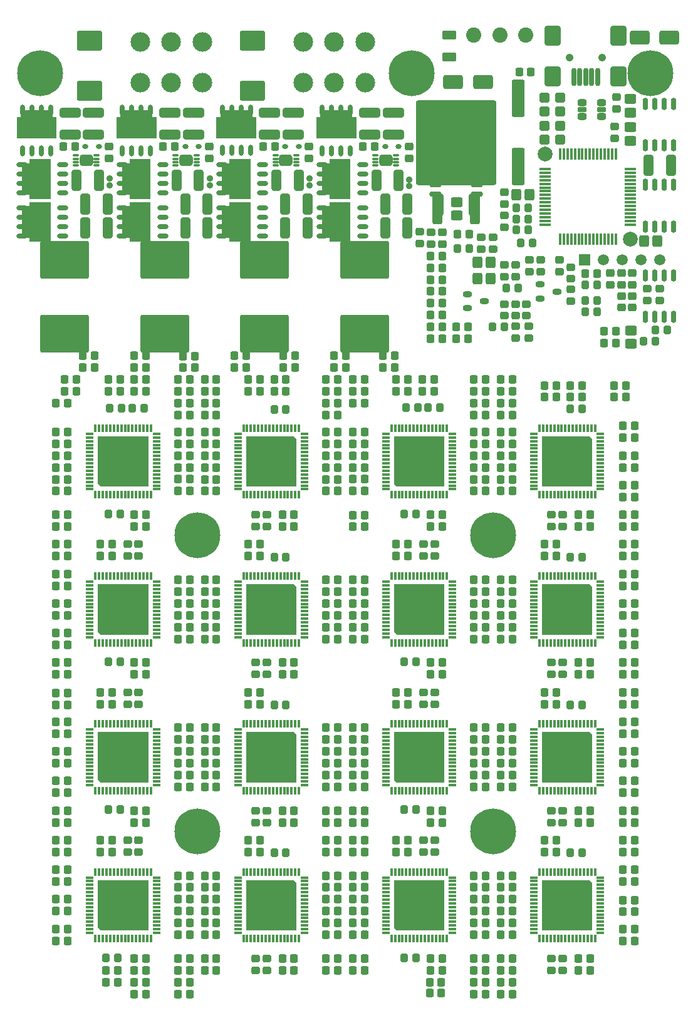
<source format=gts>
%FSLAX44Y44*%
%MOMM*%
G71*
G01*
G75*
G04 Layer_Color=8388736*
%ADD10C,0.6000*%
G04:AMPARAMS|DCode=11|XSize=1.4mm|YSize=1.2mm|CornerRadius=0.198mm|HoleSize=0mm|Usage=FLASHONLY|Rotation=90.000|XOffset=0mm|YOffset=0mm|HoleType=Round|Shape=RoundedRectangle|*
%AMROUNDEDRECTD11*
21,1,1.4000,0.8040,0,0,90.0*
21,1,1.0040,1.2000,0,0,90.0*
1,1,0.3960,0.4020,0.5020*
1,1,0.3960,0.4020,-0.5020*
1,1,0.3960,-0.4020,-0.5020*
1,1,0.3960,-0.4020,0.5020*
%
%ADD11ROUNDEDRECTD11*%
G04:AMPARAMS|DCode=12|XSize=1mm|YSize=0.9mm|CornerRadius=0.198mm|HoleSize=0mm|Usage=FLASHONLY|Rotation=180.000|XOffset=0mm|YOffset=0mm|HoleType=Round|Shape=RoundedRectangle|*
%AMROUNDEDRECTD12*
21,1,1.0000,0.5040,0,0,180.0*
21,1,0.6040,0.9000,0,0,180.0*
1,1,0.3960,-0.3020,0.2520*
1,1,0.3960,0.3020,0.2520*
1,1,0.3960,0.3020,-0.2520*
1,1,0.3960,-0.3020,-0.2520*
%
%ADD12ROUNDEDRECTD12*%
G04:AMPARAMS|DCode=13|XSize=1.05mm|YSize=0.65mm|CornerRadius=0.2015mm|HoleSize=0mm|Usage=FLASHONLY|Rotation=0.000|XOffset=0mm|YOffset=0mm|HoleType=Round|Shape=RoundedRectangle|*
%AMROUNDEDRECTD13*
21,1,1.0500,0.2470,0,0,0.0*
21,1,0.6470,0.6500,0,0,0.0*
1,1,0.4030,0.3235,-0.1235*
1,1,0.4030,-0.3235,-0.1235*
1,1,0.4030,-0.3235,0.1235*
1,1,0.4030,0.3235,0.1235*
%
%ADD13ROUNDEDRECTD13*%
G04:AMPARAMS|DCode=14|XSize=1mm|YSize=0.9mm|CornerRadius=0.198mm|HoleSize=0mm|Usage=FLASHONLY|Rotation=90.000|XOffset=0mm|YOffset=0mm|HoleType=Round|Shape=RoundedRectangle|*
%AMROUNDEDRECTD14*
21,1,1.0000,0.5040,0,0,90.0*
21,1,0.6040,0.9000,0,0,90.0*
1,1,0.3960,0.2520,0.3020*
1,1,0.3960,0.2520,-0.3020*
1,1,0.3960,-0.2520,-0.3020*
1,1,0.3960,-0.2520,0.3020*
%
%ADD14ROUNDEDRECTD14*%
G04:AMPARAMS|DCode=15|XSize=1mm|YSize=0.95mm|CornerRadius=0.1995mm|HoleSize=0mm|Usage=FLASHONLY|Rotation=270.000|XOffset=0mm|YOffset=0mm|HoleType=Round|Shape=RoundedRectangle|*
%AMROUNDEDRECTD15*
21,1,1.0000,0.5510,0,0,270.0*
21,1,0.6010,0.9500,0,0,270.0*
1,1,0.3990,-0.2755,-0.3005*
1,1,0.3990,-0.2755,0.3005*
1,1,0.3990,0.2755,0.3005*
1,1,0.3990,0.2755,-0.3005*
%
%ADD15ROUNDEDRECTD15*%
%ADD16C,1.0000*%
%ADD17O,1.5000X0.3000*%
%ADD18O,0.3000X1.5000*%
G04:AMPARAMS|DCode=19|XSize=2.5mm|YSize=2mm|CornerRadius=0.2mm|HoleSize=0mm|Usage=FLASHONLY|Rotation=270.000|XOffset=0mm|YOffset=0mm|HoleType=Round|Shape=RoundedRectangle|*
%AMROUNDEDRECTD19*
21,1,2.5000,1.6000,0,0,270.0*
21,1,2.1000,2.0000,0,0,270.0*
1,1,0.4000,-0.8000,-1.0500*
1,1,0.4000,-0.8000,1.0500*
1,1,0.4000,0.8000,1.0500*
1,1,0.4000,0.8000,-1.0500*
%
%ADD19ROUNDEDRECTD19*%
G04:AMPARAMS|DCode=20|XSize=2.3mm|YSize=0.5mm|CornerRadius=0.2mm|HoleSize=0mm|Usage=FLASHONLY|Rotation=270.000|XOffset=0mm|YOffset=0mm|HoleType=Round|Shape=RoundedRectangle|*
%AMROUNDEDRECTD20*
21,1,2.3000,0.1000,0,0,270.0*
21,1,1.9000,0.5000,0,0,270.0*
1,1,0.4000,-0.0500,-0.9500*
1,1,0.4000,-0.0500,0.9500*
1,1,0.4000,0.0500,0.9500*
1,1,0.4000,0.0500,-0.9500*
%
%ADD20ROUNDEDRECTD20*%
G04:AMPARAMS|DCode=21|XSize=2.5mm|YSize=1.7mm|CornerRadius=0.204mm|HoleSize=0mm|Usage=FLASHONLY|Rotation=0.000|XOffset=0mm|YOffset=0mm|HoleType=Round|Shape=RoundedRectangle|*
%AMROUNDEDRECTD21*
21,1,2.5000,1.2920,0,0,0.0*
21,1,2.0920,1.7000,0,0,0.0*
1,1,0.4080,1.0460,-0.6460*
1,1,0.4080,-1.0460,-0.6460*
1,1,0.4080,-1.0460,0.6460*
1,1,0.4080,1.0460,0.6460*
%
%ADD21ROUNDEDRECTD21*%
G04:AMPARAMS|DCode=22|XSize=1.1mm|YSize=0.8mm|CornerRadius=0.268mm|HoleSize=0mm|Usage=FLASHONLY|Rotation=0.000|XOffset=0mm|YOffset=0mm|HoleType=Round|Shape=RoundedRectangle|*
%AMROUNDEDRECTD22*
21,1,1.1000,0.2640,0,0,0.0*
21,1,0.5640,0.8000,0,0,0.0*
1,1,0.5360,0.2820,-0.1320*
1,1,0.5360,-0.2820,-0.1320*
1,1,0.5360,-0.2820,0.1320*
1,1,0.5360,0.2820,0.1320*
%
%ADD22ROUNDEDRECTD22*%
G04:AMPARAMS|DCode=23|XSize=1.1mm|YSize=0.6mm|CornerRadius=0.201mm|HoleSize=0mm|Usage=FLASHONLY|Rotation=0.000|XOffset=0mm|YOffset=0mm|HoleType=Round|Shape=RoundedRectangle|*
%AMROUNDEDRECTD23*
21,1,1.1000,0.1980,0,0,0.0*
21,1,0.6980,0.6000,0,0,0.0*
1,1,0.4020,0.3490,-0.0990*
1,1,0.4020,-0.3490,-0.0990*
1,1,0.4020,-0.3490,0.0990*
1,1,0.4020,0.3490,0.0990*
%
%ADD23ROUNDEDRECTD23*%
G04:AMPARAMS|DCode=24|XSize=1.2mm|YSize=1.2mm|CornerRadius=0.198mm|HoleSize=0mm|Usage=FLASHONLY|Rotation=0.000|XOffset=0mm|YOffset=0mm|HoleType=Round|Shape=RoundedRectangle|*
%AMROUNDEDRECTD24*
21,1,1.2000,0.8040,0,0,0.0*
21,1,0.8040,1.2000,0,0,0.0*
1,1,0.3960,0.4020,-0.4020*
1,1,0.3960,-0.4020,-0.4020*
1,1,0.3960,-0.4020,0.4020*
1,1,0.3960,0.4020,0.4020*
%
%ADD24ROUNDEDRECTD24*%
G04:AMPARAMS|DCode=25|XSize=1.45mm|YSize=1.15mm|CornerRadius=0.2013mm|HoleSize=0mm|Usage=FLASHONLY|Rotation=180.000|XOffset=0mm|YOffset=0mm|HoleType=Round|Shape=RoundedRectangle|*
%AMROUNDEDRECTD25*
21,1,1.4500,0.7475,0,0,180.0*
21,1,1.0475,1.1500,0,0,180.0*
1,1,0.4025,-0.5238,0.3738*
1,1,0.4025,0.5238,0.3738*
1,1,0.4025,0.5238,-0.3738*
1,1,0.4025,-0.5238,-0.3738*
%
%ADD25ROUNDEDRECTD25*%
G04:AMPARAMS|DCode=26|XSize=1mm|YSize=0.95mm|CornerRadius=0.1995mm|HoleSize=0mm|Usage=FLASHONLY|Rotation=180.000|XOffset=0mm|YOffset=0mm|HoleType=Round|Shape=RoundedRectangle|*
%AMROUNDEDRECTD26*
21,1,1.0000,0.5510,0,0,180.0*
21,1,0.6010,0.9500,0,0,180.0*
1,1,0.3990,-0.3005,0.2755*
1,1,0.3990,0.3005,0.2755*
1,1,0.3990,0.3005,-0.2755*
1,1,0.3990,-0.3005,-0.2755*
%
%ADD26ROUNDEDRECTD26*%
G04:AMPARAMS|DCode=27|XSize=1.45mm|YSize=1.15mm|CornerRadius=0.2013mm|HoleSize=0mm|Usage=FLASHONLY|Rotation=270.000|XOffset=0mm|YOffset=0mm|HoleType=Round|Shape=RoundedRectangle|*
%AMROUNDEDRECTD27*
21,1,1.4500,0.7475,0,0,270.0*
21,1,1.0475,1.1500,0,0,270.0*
1,1,0.4025,-0.3738,-0.5238*
1,1,0.4025,-0.3738,0.5238*
1,1,0.4025,0.3738,0.5238*
1,1,0.4025,0.3738,-0.5238*
%
%ADD27ROUNDEDRECTD27*%
G04:AMPARAMS|DCode=28|XSize=0.62mm|YSize=0.62mm|CornerRadius=0.1488mm|HoleSize=0mm|Usage=FLASHONLY|Rotation=0.000|XOffset=0mm|YOffset=0mm|HoleType=Round|Shape=RoundedRectangle|*
%AMROUNDEDRECTD28*
21,1,0.6200,0.3224,0,0,0.0*
21,1,0.3224,0.6200,0,0,0.0*
1,1,0.2976,0.1612,-0.1612*
1,1,0.2976,-0.1612,-0.1612*
1,1,0.2976,-0.1612,0.1612*
1,1,0.2976,0.1612,0.1612*
%
%ADD28ROUNDEDRECTD28*%
G04:AMPARAMS|DCode=29|XSize=2.7mm|YSize=1.15mm|CornerRadius=0.2013mm|HoleSize=0mm|Usage=FLASHONLY|Rotation=0.000|XOffset=0mm|YOffset=0mm|HoleType=Round|Shape=RoundedRectangle|*
%AMROUNDEDRECTD29*
21,1,2.7000,0.7475,0,0,0.0*
21,1,2.2975,1.1500,0,0,0.0*
1,1,0.4025,1.1487,-0.3738*
1,1,0.4025,-1.1487,-0.3738*
1,1,0.4025,-1.1487,0.3738*
1,1,0.4025,1.1487,0.3738*
%
%ADD29ROUNDEDRECTD29*%
G04:AMPARAMS|DCode=30|XSize=2.7mm|YSize=1.15mm|CornerRadius=0.2013mm|HoleSize=0mm|Usage=FLASHONLY|Rotation=270.000|XOffset=0mm|YOffset=0mm|HoleType=Round|Shape=RoundedRectangle|*
%AMROUNDEDRECTD30*
21,1,2.7000,0.7475,0,0,270.0*
21,1,2.2975,1.1500,0,0,270.0*
1,1,0.4025,-0.3738,-1.1487*
1,1,0.4025,-0.3738,1.1487*
1,1,0.4025,0.3738,1.1487*
1,1,0.4025,0.3738,-1.1487*
%
%ADD30ROUNDEDRECTD30*%
G04:AMPARAMS|DCode=31|XSize=0.65mm|YSize=0.5mm|CornerRadius=0.2mm|HoleSize=0mm|Usage=FLASHONLY|Rotation=0.000|XOffset=0mm|YOffset=0mm|HoleType=Round|Shape=RoundedRectangle|*
%AMROUNDEDRECTD31*
21,1,0.6500,0.1000,0,0,0.0*
21,1,0.2500,0.5000,0,0,0.0*
1,1,0.4000,0.1250,-0.0500*
1,1,0.4000,-0.1250,-0.0500*
1,1,0.4000,-0.1250,0.0500*
1,1,0.4000,0.1250,0.0500*
%
%ADD31ROUNDEDRECTD31*%
G04:AMPARAMS|DCode=32|XSize=3.3mm|YSize=2.5mm|CornerRadius=0.2mm|HoleSize=0mm|Usage=FLASHONLY|Rotation=180.000|XOffset=0mm|YOffset=0mm|HoleType=Round|Shape=RoundedRectangle|*
%AMROUNDEDRECTD32*
21,1,3.3000,2.1000,0,0,180.0*
21,1,2.9000,2.5000,0,0,180.0*
1,1,0.4000,-1.4500,1.0500*
1,1,0.4000,1.4500,1.0500*
1,1,0.4000,1.4500,-1.0500*
1,1,0.4000,-1.4500,-1.0500*
%
%ADD32ROUNDEDRECTD32*%
G04:AMPARAMS|DCode=33|XSize=6.5mm|YSize=5mm|CornerRadius=0.25mm|HoleSize=0mm|Usage=FLASHONLY|Rotation=0.000|XOffset=0mm|YOffset=0mm|HoleType=Round|Shape=RoundedRectangle|*
%AMROUNDEDRECTD33*
21,1,6.5000,4.5000,0,0,0.0*
21,1,6.0000,5.0000,0,0,0.0*
1,1,0.5000,3.0000,-2.2500*
1,1,0.5000,-3.0000,-2.2500*
1,1,0.5000,-3.0000,2.2500*
1,1,0.5000,3.0000,2.2500*
%
%ADD33ROUNDEDRECTD33*%
%ADD34O,0.5000X1.3500*%
%ADD35O,1.3500X0.5000*%
G04:AMPARAMS|DCode=36|XSize=1.75mm|YSize=1.05mm|CornerRadius=0.1995mm|HoleSize=0mm|Usage=FLASHONLY|Rotation=90.000|XOffset=0mm|YOffset=0mm|HoleType=Round|Shape=RoundedRectangle|*
%AMROUNDEDRECTD36*
21,1,1.7500,0.6510,0,0,90.0*
21,1,1.3510,1.0500,0,0,90.0*
1,1,0.3990,0.3255,0.6755*
1,1,0.3990,0.3255,-0.6755*
1,1,0.3990,-0.3255,-0.6755*
1,1,0.3990,-0.3255,0.6755*
%
%ADD36ROUNDEDRECTD36*%
G04:AMPARAMS|DCode=37|XSize=1.75mm|YSize=1.05mm|CornerRadius=0.1995mm|HoleSize=0mm|Usage=FLASHONLY|Rotation=180.000|XOffset=0mm|YOffset=0mm|HoleType=Round|Shape=RoundedRectangle|*
%AMROUNDEDRECTD37*
21,1,1.7500,0.6510,0,0,180.0*
21,1,1.3510,1.0500,0,0,180.0*
1,1,0.3990,-0.6755,0.3255*
1,1,0.3990,0.6755,0.3255*
1,1,0.3990,0.6755,-0.3255*
1,1,0.3990,-0.6755,-0.3255*
%
%ADD37ROUNDEDRECTD37*%
G04:AMPARAMS|DCode=38|XSize=0.7mm|YSize=0.25mm|CornerRadius=0.0838mm|HoleSize=0mm|Usage=FLASHONLY|Rotation=0.000|XOffset=0mm|YOffset=0mm|HoleType=Round|Shape=RoundedRectangle|*
%AMROUNDEDRECTD38*
21,1,0.7000,0.0825,0,0,0.0*
21,1,0.5325,0.2500,0,0,0.0*
1,1,0.1675,0.2662,-0.0413*
1,1,0.1675,-0.2662,-0.0413*
1,1,0.1675,-0.2662,0.0413*
1,1,0.1675,0.2662,0.0413*
%
%ADD38ROUNDEDRECTD38*%
G04:AMPARAMS|DCode=39|XSize=1.35mm|YSize=1.65mm|CornerRadius=0.27mm|HoleSize=0mm|Usage=FLASHONLY|Rotation=90.000|XOffset=0mm|YOffset=0mm|HoleType=Round|Shape=RoundedRectangle|*
%AMROUNDEDRECTD39*
21,1,1.3500,1.1100,0,0,90.0*
21,1,0.8100,1.6500,0,0,90.0*
1,1,0.5400,0.5550,0.4050*
1,1,0.5400,0.5550,-0.4050*
1,1,0.5400,-0.5550,-0.4050*
1,1,0.5400,-0.5550,0.4050*
%
%ADD39ROUNDEDRECTD39*%
%ADD40O,1.5500X0.6000*%
G04:AMPARAMS|DCode=41|XSize=3.95mm|YSize=1.2mm|CornerRadius=0.198mm|HoleSize=0mm|Usage=FLASHONLY|Rotation=90.000|XOffset=0mm|YOffset=0mm|HoleType=Round|Shape=RoundedRectangle|*
%AMROUNDEDRECTD41*
21,1,3.9500,0.8040,0,0,90.0*
21,1,3.5540,1.2000,0,0,90.0*
1,1,0.3960,0.4020,1.7770*
1,1,0.3960,0.4020,-1.7770*
1,1,0.3960,-0.4020,-1.7770*
1,1,0.3960,-0.4020,1.7770*
%
%ADD41ROUNDEDRECTD41*%
G04:AMPARAMS|DCode=42|XSize=11.3mm|YSize=10.75mm|CornerRadius=0.215mm|HoleSize=0mm|Usage=FLASHONLY|Rotation=90.000|XOffset=0mm|YOffset=0mm|HoleType=Round|Shape=RoundedRectangle|*
%AMROUNDEDRECTD42*
21,1,11.3000,10.3200,0,0,90.0*
21,1,10.8700,10.7500,0,0,90.0*
1,1,0.4300,5.1600,5.4350*
1,1,0.4300,5.1600,-5.4350*
1,1,0.4300,-5.1600,-5.4350*
1,1,0.4300,-5.1600,5.4350*
%
%ADD42ROUNDEDRECTD42*%
G04:AMPARAMS|DCode=43|XSize=2.85mm|YSize=1mm|CornerRadius=0.2mm|HoleSize=0mm|Usage=FLASHONLY|Rotation=90.000|XOffset=0mm|YOffset=0mm|HoleType=Round|Shape=RoundedRectangle|*
%AMROUNDEDRECTD43*
21,1,2.8500,0.6000,0,0,90.0*
21,1,2.4500,1.0000,0,0,90.0*
1,1,0.4000,0.3000,1.2250*
1,1,0.4000,0.3000,-1.2250*
1,1,0.4000,-0.3000,-1.2250*
1,1,0.4000,-0.3000,1.2250*
%
%ADD43ROUNDEDRECTD43*%
G04:AMPARAMS|DCode=44|XSize=6.45mm|YSize=6mm|CornerRadius=0.21mm|HoleSize=0mm|Usage=FLASHONLY|Rotation=90.000|XOffset=0mm|YOffset=0mm|HoleType=Round|Shape=RoundedRectangle|*
%AMROUNDEDRECTD44*
21,1,6.4500,5.5800,0,0,90.0*
21,1,6.0300,6.0000,0,0,90.0*
1,1,0.4200,2.7900,3.0150*
1,1,0.4200,2.7900,-3.0150*
1,1,0.4200,-2.7900,-3.0150*
1,1,0.4200,-2.7900,3.0150*
%
%ADD44ROUNDEDRECTD44*%
%ADD45O,0.6000X1.5500*%
G04:AMPARAMS|DCode=46|XSize=4.9mm|YSize=1.6mm|CornerRadius=0.2mm|HoleSize=0mm|Usage=FLASHONLY|Rotation=270.000|XOffset=0mm|YOffset=0mm|HoleType=Round|Shape=RoundedRectangle|*
%AMROUNDEDRECTD46*
21,1,4.9000,1.2000,0,0,270.0*
21,1,4.5000,1.6000,0,0,270.0*
1,1,0.4000,-0.6000,-2.2500*
1,1,0.4000,-0.6000,2.2500*
1,1,0.4000,0.6000,2.2500*
1,1,0.4000,0.6000,-2.2500*
%
%ADD46ROUNDEDRECTD46*%
%ADD47R,1.3000X1.3000*%
%ADD48C,1.3000*%
%ADD49O,0.3000X1.0000*%
%ADD50O,1.0000X0.3000*%
%ADD51R,0.3500X0.3500*%
%ADD52C,0.2000*%
%ADD53C,0.5000*%
%ADD54C,0.2500*%
%ADD55C,0.8000*%
%ADD56C,2.0000*%
%ADD57C,1.0000*%
%ADD58C,0.3500*%
%ADD59C,0.6000*%
%ADD60C,0.2540*%
%ADD61C,6.0000*%
%ADD62C,1.9000*%
%ADD63C,0.5000*%
%ADD64C,2.5000*%
%ADD65C,4.5000*%
%ADD66C,0.3000*%
%ADD67C,0.1500*%
%ADD68C,0.1000*%
%ADD69C,0.1524*%
%ADD70C,0.0000*%
%ADD71C,0.8000*%
G04:AMPARAMS|DCode=72|XSize=1.55mm|YSize=1.35mm|CornerRadius=0.273mm|HoleSize=0mm|Usage=FLASHONLY|Rotation=90.000|XOffset=0mm|YOffset=0mm|HoleType=Round|Shape=RoundedRectangle|*
%AMROUNDEDRECTD72*
21,1,1.5500,0.8040,0,0,90.0*
21,1,1.0040,1.3500,0,0,90.0*
1,1,0.5460,0.4020,0.5020*
1,1,0.5460,0.4020,-0.5020*
1,1,0.5460,-0.4020,-0.5020*
1,1,0.5460,-0.4020,0.5020*
%
%ADD72ROUNDEDRECTD72*%
G04:AMPARAMS|DCode=73|XSize=1.15mm|YSize=1.05mm|CornerRadius=0.273mm|HoleSize=0mm|Usage=FLASHONLY|Rotation=180.000|XOffset=0mm|YOffset=0mm|HoleType=Round|Shape=RoundedRectangle|*
%AMROUNDEDRECTD73*
21,1,1.1500,0.5040,0,0,180.0*
21,1,0.6040,1.0500,0,0,180.0*
1,1,0.5460,-0.3020,0.2520*
1,1,0.5460,0.3020,0.2520*
1,1,0.5460,0.3020,-0.2520*
1,1,0.5460,-0.3020,-0.2520*
%
%ADD73ROUNDEDRECTD73*%
G04:AMPARAMS|DCode=74|XSize=1.2mm|YSize=0.8mm|CornerRadius=0.2765mm|HoleSize=0mm|Usage=FLASHONLY|Rotation=0.000|XOffset=0mm|YOffset=0mm|HoleType=Round|Shape=RoundedRectangle|*
%AMROUNDEDRECTD74*
21,1,1.2000,0.2470,0,0,0.0*
21,1,0.6470,0.8000,0,0,0.0*
1,1,0.5530,0.3235,-0.1235*
1,1,0.5530,-0.3235,-0.1235*
1,1,0.5530,-0.3235,0.1235*
1,1,0.5530,0.3235,0.1235*
%
%ADD74ROUNDEDRECTD74*%
G04:AMPARAMS|DCode=75|XSize=1.15mm|YSize=1.05mm|CornerRadius=0.273mm|HoleSize=0mm|Usage=FLASHONLY|Rotation=90.000|XOffset=0mm|YOffset=0mm|HoleType=Round|Shape=RoundedRectangle|*
%AMROUNDEDRECTD75*
21,1,1.1500,0.5040,0,0,90.0*
21,1,0.6040,1.0500,0,0,90.0*
1,1,0.5460,0.2520,0.3020*
1,1,0.5460,0.2520,-0.3020*
1,1,0.5460,-0.2520,-0.3020*
1,1,0.5460,-0.2520,0.3020*
%
%ADD75ROUNDEDRECTD75*%
G04:AMPARAMS|DCode=76|XSize=1.15mm|YSize=1.1mm|CornerRadius=0.2745mm|HoleSize=0mm|Usage=FLASHONLY|Rotation=270.000|XOffset=0mm|YOffset=0mm|HoleType=Round|Shape=RoundedRectangle|*
%AMROUNDEDRECTD76*
21,1,1.1500,0.5510,0,0,270.0*
21,1,0.6010,1.1000,0,0,270.0*
1,1,0.5490,-0.2755,-0.3005*
1,1,0.5490,-0.2755,0.3005*
1,1,0.5490,0.2755,0.3005*
1,1,0.5490,0.2755,-0.3005*
%
%ADD76ROUNDEDRECTD76*%
%ADD77C,2.0000*%
%ADD78O,1.6000X0.4000*%
%ADD79O,0.4000X1.6000*%
G04:AMPARAMS|DCode=80|XSize=2.65mm|YSize=2.15mm|CornerRadius=0.275mm|HoleSize=0mm|Usage=FLASHONLY|Rotation=270.000|XOffset=0mm|YOffset=0mm|HoleType=Round|Shape=RoundedRectangle|*
%AMROUNDEDRECTD80*
21,1,2.6500,1.6000,0,0,270.0*
21,1,2.1000,2.1500,0,0,270.0*
1,1,0.5500,-0.8000,-1.0500*
1,1,0.5500,-0.8000,1.0500*
1,1,0.5500,0.8000,1.0500*
1,1,0.5500,0.8000,-1.0500*
%
%ADD80ROUNDEDRECTD80*%
G04:AMPARAMS|DCode=81|XSize=2.45mm|YSize=0.65mm|CornerRadius=0.275mm|HoleSize=0mm|Usage=FLASHONLY|Rotation=270.000|XOffset=0mm|YOffset=0mm|HoleType=Round|Shape=RoundedRectangle|*
%AMROUNDEDRECTD81*
21,1,2.4500,0.1000,0,0,270.0*
21,1,1.9000,0.6500,0,0,270.0*
1,1,0.5500,-0.0500,-0.9500*
1,1,0.5500,-0.0500,0.9500*
1,1,0.5500,0.0500,0.9500*
1,1,0.5500,0.0500,-0.9500*
%
%ADD81ROUNDEDRECTD81*%
G04:AMPARAMS|DCode=82|XSize=2.65mm|YSize=1.85mm|CornerRadius=0.279mm|HoleSize=0mm|Usage=FLASHONLY|Rotation=0.000|XOffset=0mm|YOffset=0mm|HoleType=Round|Shape=RoundedRectangle|*
%AMROUNDEDRECTD82*
21,1,2.6500,1.2920,0,0,0.0*
21,1,2.0920,1.8500,0,0,0.0*
1,1,0.5580,1.0460,-0.6460*
1,1,0.5580,-1.0460,-0.6460*
1,1,0.5580,-1.0460,0.6460*
1,1,0.5580,1.0460,0.6460*
%
%ADD82ROUNDEDRECTD82*%
G04:AMPARAMS|DCode=83|XSize=1.25mm|YSize=0.95mm|CornerRadius=0.343mm|HoleSize=0mm|Usage=FLASHONLY|Rotation=0.000|XOffset=0mm|YOffset=0mm|HoleType=Round|Shape=RoundedRectangle|*
%AMROUNDEDRECTD83*
21,1,1.2500,0.2640,0,0,0.0*
21,1,0.5640,0.9500,0,0,0.0*
1,1,0.6860,0.2820,-0.1320*
1,1,0.6860,-0.2820,-0.1320*
1,1,0.6860,-0.2820,0.1320*
1,1,0.6860,0.2820,0.1320*
%
%ADD83ROUNDEDRECTD83*%
G04:AMPARAMS|DCode=84|XSize=1.25mm|YSize=0.75mm|CornerRadius=0.276mm|HoleSize=0mm|Usage=FLASHONLY|Rotation=0.000|XOffset=0mm|YOffset=0mm|HoleType=Round|Shape=RoundedRectangle|*
%AMROUNDEDRECTD84*
21,1,1.2500,0.1980,0,0,0.0*
21,1,0.6980,0.7500,0,0,0.0*
1,1,0.5520,0.3490,-0.0990*
1,1,0.5520,-0.3490,-0.0990*
1,1,0.5520,-0.3490,0.0990*
1,1,0.5520,0.3490,0.0990*
%
%ADD84ROUNDEDRECTD84*%
G04:AMPARAMS|DCode=85|XSize=1.35mm|YSize=1.35mm|CornerRadius=0.273mm|HoleSize=0mm|Usage=FLASHONLY|Rotation=0.000|XOffset=0mm|YOffset=0mm|HoleType=Round|Shape=RoundedRectangle|*
%AMROUNDEDRECTD85*
21,1,1.3500,0.8040,0,0,0.0*
21,1,0.8040,1.3500,0,0,0.0*
1,1,0.5460,0.4020,-0.4020*
1,1,0.5460,-0.4020,-0.4020*
1,1,0.5460,-0.4020,0.4020*
1,1,0.5460,0.4020,0.4020*
%
%ADD85ROUNDEDRECTD85*%
G04:AMPARAMS|DCode=86|XSize=1.6mm|YSize=1.3mm|CornerRadius=0.2763mm|HoleSize=0mm|Usage=FLASHONLY|Rotation=180.000|XOffset=0mm|YOffset=0mm|HoleType=Round|Shape=RoundedRectangle|*
%AMROUNDEDRECTD86*
21,1,1.6000,0.7475,0,0,180.0*
21,1,1.0475,1.3000,0,0,180.0*
1,1,0.5525,-0.5238,0.3738*
1,1,0.5525,0.5238,0.3738*
1,1,0.5525,0.5238,-0.3738*
1,1,0.5525,-0.5238,-0.3738*
%
%ADD86ROUNDEDRECTD86*%
G04:AMPARAMS|DCode=87|XSize=1.15mm|YSize=1.1mm|CornerRadius=0.2745mm|HoleSize=0mm|Usage=FLASHONLY|Rotation=180.000|XOffset=0mm|YOffset=0mm|HoleType=Round|Shape=RoundedRectangle|*
%AMROUNDEDRECTD87*
21,1,1.1500,0.5510,0,0,180.0*
21,1,0.6010,1.1000,0,0,180.0*
1,1,0.5490,-0.3005,0.2755*
1,1,0.5490,0.3005,0.2755*
1,1,0.5490,0.3005,-0.2755*
1,1,0.5490,-0.3005,-0.2755*
%
%ADD87ROUNDEDRECTD87*%
G04:AMPARAMS|DCode=88|XSize=1.6mm|YSize=1.3mm|CornerRadius=0.2763mm|HoleSize=0mm|Usage=FLASHONLY|Rotation=270.000|XOffset=0mm|YOffset=0mm|HoleType=Round|Shape=RoundedRectangle|*
%AMROUNDEDRECTD88*
21,1,1.6000,0.7475,0,0,270.0*
21,1,1.0475,1.3000,0,0,270.0*
1,1,0.5525,-0.3738,-0.5238*
1,1,0.5525,-0.3738,0.5238*
1,1,0.5525,0.3738,0.5238*
1,1,0.5525,0.3738,-0.5238*
%
%ADD88ROUNDEDRECTD88*%
G04:AMPARAMS|DCode=89|XSize=0.77mm|YSize=0.77mm|CornerRadius=0.2238mm|HoleSize=0mm|Usage=FLASHONLY|Rotation=0.000|XOffset=0mm|YOffset=0mm|HoleType=Round|Shape=RoundedRectangle|*
%AMROUNDEDRECTD89*
21,1,0.7700,0.3224,0,0,0.0*
21,1,0.3224,0.7700,0,0,0.0*
1,1,0.4476,0.1612,-0.1612*
1,1,0.4476,-0.1612,-0.1612*
1,1,0.4476,-0.1612,0.1612*
1,1,0.4476,0.1612,0.1612*
%
%ADD89ROUNDEDRECTD89*%
G04:AMPARAMS|DCode=90|XSize=2.85mm|YSize=1.3mm|CornerRadius=0.2763mm|HoleSize=0mm|Usage=FLASHONLY|Rotation=0.000|XOffset=0mm|YOffset=0mm|HoleType=Round|Shape=RoundedRectangle|*
%AMROUNDEDRECTD90*
21,1,2.8500,0.7475,0,0,0.0*
21,1,2.2975,1.3000,0,0,0.0*
1,1,0.5525,1.1487,-0.3738*
1,1,0.5525,-1.1487,-0.3738*
1,1,0.5525,-1.1487,0.3738*
1,1,0.5525,1.1487,0.3738*
%
%ADD90ROUNDEDRECTD90*%
G04:AMPARAMS|DCode=91|XSize=2.85mm|YSize=1.3mm|CornerRadius=0.2763mm|HoleSize=0mm|Usage=FLASHONLY|Rotation=270.000|XOffset=0mm|YOffset=0mm|HoleType=Round|Shape=RoundedRectangle|*
%AMROUNDEDRECTD91*
21,1,2.8500,0.7475,0,0,270.0*
21,1,2.2975,1.3000,0,0,270.0*
1,1,0.5525,-0.3738,-1.1487*
1,1,0.5525,-0.3738,1.1487*
1,1,0.5525,0.3738,1.1487*
1,1,0.5525,0.3738,-1.1487*
%
%ADD91ROUNDEDRECTD91*%
G04:AMPARAMS|DCode=92|XSize=0.8mm|YSize=0.65mm|CornerRadius=0.275mm|HoleSize=0mm|Usage=FLASHONLY|Rotation=0.000|XOffset=0mm|YOffset=0mm|HoleType=Round|Shape=RoundedRectangle|*
%AMROUNDEDRECTD92*
21,1,0.8000,0.1000,0,0,0.0*
21,1,0.2500,0.6500,0,0,0.0*
1,1,0.5500,0.1250,-0.0500*
1,1,0.5500,-0.1250,-0.0500*
1,1,0.5500,-0.1250,0.0500*
1,1,0.5500,0.1250,0.0500*
%
%ADD92ROUNDEDRECTD92*%
G04:AMPARAMS|DCode=93|XSize=3.45mm|YSize=2.65mm|CornerRadius=0.275mm|HoleSize=0mm|Usage=FLASHONLY|Rotation=180.000|XOffset=0mm|YOffset=0mm|HoleType=Round|Shape=RoundedRectangle|*
%AMROUNDEDRECTD93*
21,1,3.4500,2.1000,0,0,180.0*
21,1,2.9000,2.6500,0,0,180.0*
1,1,0.5500,-1.4500,1.0500*
1,1,0.5500,1.4500,1.0500*
1,1,0.5500,1.4500,-1.0500*
1,1,0.5500,-1.4500,-1.0500*
%
%ADD93ROUNDEDRECTD93*%
G04:AMPARAMS|DCode=94|XSize=6.65mm|YSize=5.15mm|CornerRadius=0.325mm|HoleSize=0mm|Usage=FLASHONLY|Rotation=0.000|XOffset=0mm|YOffset=0mm|HoleType=Round|Shape=RoundedRectangle|*
%AMROUNDEDRECTD94*
21,1,6.6500,4.5000,0,0,0.0*
21,1,6.0000,5.1500,0,0,0.0*
1,1,0.6500,3.0000,-2.2500*
1,1,0.6500,-3.0000,-2.2500*
1,1,0.6500,-3.0000,2.2500*
1,1,0.6500,3.0000,2.2500*
%
%ADD94ROUNDEDRECTD94*%
%ADD95O,0.6500X1.5000*%
%ADD96O,1.5000X0.6500*%
G04:AMPARAMS|DCode=97|XSize=1.9mm|YSize=1.2mm|CornerRadius=0.2745mm|HoleSize=0mm|Usage=FLASHONLY|Rotation=90.000|XOffset=0mm|YOffset=0mm|HoleType=Round|Shape=RoundedRectangle|*
%AMROUNDEDRECTD97*
21,1,1.9000,0.6510,0,0,90.0*
21,1,1.3510,1.2000,0,0,90.0*
1,1,0.5490,0.3255,0.6755*
1,1,0.5490,0.3255,-0.6755*
1,1,0.5490,-0.3255,-0.6755*
1,1,0.5490,-0.3255,0.6755*
%
%ADD97ROUNDEDRECTD97*%
G04:AMPARAMS|DCode=98|XSize=1.9mm|YSize=1.2mm|CornerRadius=0.2745mm|HoleSize=0mm|Usage=FLASHONLY|Rotation=180.000|XOffset=0mm|YOffset=0mm|HoleType=Round|Shape=RoundedRectangle|*
%AMROUNDEDRECTD98*
21,1,1.9000,0.6510,0,0,180.0*
21,1,1.3510,1.2000,0,0,180.0*
1,1,0.5490,-0.6755,0.3255*
1,1,0.5490,0.6755,0.3255*
1,1,0.5490,0.6755,-0.3255*
1,1,0.5490,-0.6755,-0.3255*
%
%ADD98ROUNDEDRECTD98*%
G04:AMPARAMS|DCode=99|XSize=0.8mm|YSize=0.35mm|CornerRadius=0.1338mm|HoleSize=0mm|Usage=FLASHONLY|Rotation=0.000|XOffset=0mm|YOffset=0mm|HoleType=Round|Shape=RoundedRectangle|*
%AMROUNDEDRECTD99*
21,1,0.8000,0.0825,0,0,0.0*
21,1,0.5325,0.3500,0,0,0.0*
1,1,0.2675,0.2662,-0.0413*
1,1,0.2675,-0.2662,-0.0413*
1,1,0.2675,-0.2662,0.0413*
1,1,0.2675,0.2662,0.0413*
%
%ADD99ROUNDEDRECTD99*%
G04:AMPARAMS|DCode=100|XSize=1.5mm|YSize=1.8mm|CornerRadius=0.345mm|HoleSize=0mm|Usage=FLASHONLY|Rotation=90.000|XOffset=0mm|YOffset=0mm|HoleType=Round|Shape=RoundedRectangle|*
%AMROUNDEDRECTD100*
21,1,1.5000,1.1100,0,0,90.0*
21,1,0.8100,1.8000,0,0,90.0*
1,1,0.6900,0.5550,0.4050*
1,1,0.6900,0.5550,-0.4050*
1,1,0.6900,-0.5550,-0.4050*
1,1,0.6900,-0.5550,0.4050*
%
%ADD100ROUNDEDRECTD100*%
%ADD101O,1.7000X0.7500*%
G04:AMPARAMS|DCode=102|XSize=4.1mm|YSize=1.35mm|CornerRadius=0.273mm|HoleSize=0mm|Usage=FLASHONLY|Rotation=90.000|XOffset=0mm|YOffset=0mm|HoleType=Round|Shape=RoundedRectangle|*
%AMROUNDEDRECTD102*
21,1,4.1000,0.8040,0,0,90.0*
21,1,3.5540,1.3500,0,0,90.0*
1,1,0.5460,0.4020,1.7770*
1,1,0.5460,0.4020,-1.7770*
1,1,0.5460,-0.4020,-1.7770*
1,1,0.5460,-0.4020,1.7770*
%
%ADD102ROUNDEDRECTD102*%
G04:AMPARAMS|DCode=103|XSize=11.45mm|YSize=10.9mm|CornerRadius=0.29mm|HoleSize=0mm|Usage=FLASHONLY|Rotation=90.000|XOffset=0mm|YOffset=0mm|HoleType=Round|Shape=RoundedRectangle|*
%AMROUNDEDRECTD103*
21,1,11.4500,10.3200,0,0,90.0*
21,1,10.8700,10.9000,0,0,90.0*
1,1,0.5800,5.1600,5.4350*
1,1,0.5800,5.1600,-5.4350*
1,1,0.5800,-5.1600,-5.4350*
1,1,0.5800,-5.1600,5.4350*
%
%ADD103ROUNDEDRECTD103*%
G04:AMPARAMS|DCode=104|XSize=3mm|YSize=1.15mm|CornerRadius=0.275mm|HoleSize=0mm|Usage=FLASHONLY|Rotation=90.000|XOffset=0mm|YOffset=0mm|HoleType=Round|Shape=RoundedRectangle|*
%AMROUNDEDRECTD104*
21,1,3.0000,0.6000,0,0,90.0*
21,1,2.4500,1.1500,0,0,90.0*
1,1,0.5500,0.3000,1.2250*
1,1,0.5500,0.3000,-1.2250*
1,1,0.5500,-0.3000,-1.2250*
1,1,0.5500,-0.3000,1.2250*
%
%ADD104ROUNDEDRECTD104*%
G04:AMPARAMS|DCode=105|XSize=6.6mm|YSize=6.15mm|CornerRadius=0.285mm|HoleSize=0mm|Usage=FLASHONLY|Rotation=90.000|XOffset=0mm|YOffset=0mm|HoleType=Round|Shape=RoundedRectangle|*
%AMROUNDEDRECTD105*
21,1,6.6000,5.5800,0,0,90.0*
21,1,6.0300,6.1500,0,0,90.0*
1,1,0.5700,2.7900,3.0150*
1,1,0.5700,2.7900,-3.0150*
1,1,0.5700,-2.7900,-3.0150*
1,1,0.5700,-2.7900,3.0150*
%
%ADD105ROUNDEDRECTD105*%
%ADD106O,0.7500X1.7000*%
G04:AMPARAMS|DCode=107|XSize=5.05mm|YSize=1.75mm|CornerRadius=0.275mm|HoleSize=0mm|Usage=FLASHONLY|Rotation=270.000|XOffset=0mm|YOffset=0mm|HoleType=Round|Shape=RoundedRectangle|*
%AMROUNDEDRECTD107*
21,1,5.0500,1.2000,0,0,270.0*
21,1,4.5000,1.7500,0,0,270.0*
1,1,0.5500,-0.6000,-2.2500*
1,1,0.5500,-0.6000,2.2500*
1,1,0.5500,0.6000,2.2500*
1,1,0.5500,0.6000,-2.2500*
%
%ADD107ROUNDEDRECTD107*%
%ADD108R,1.5000X1.5000*%
%ADD109C,1.5000*%
%ADD110O,0.4000X1.1000*%
%ADD111O,1.1000X0.4000*%
%ADD112R,0.5500X0.5500*%
%ADD113C,6.2000*%
%ADD114C,2.0500*%
%ADD115C,1.0500*%
%ADD116C,2.6500*%
G36*
X-516000Y580500D02*
Y516000D01*
X-584000D01*
Y584000D01*
X-519500D01*
X-516000Y580500D01*
D02*
G37*
G36*
X-716000Y516000D02*
X-780500D01*
X-784000Y519500D01*
Y584000D01*
X-716000D01*
Y516000D01*
D02*
G37*
G36*
X-116000Y380500D02*
Y316000D01*
X-184000D01*
Y384000D01*
X-119500D01*
X-116000Y380500D01*
D02*
G37*
G36*
X-316000Y516000D02*
X-380500D01*
X-384000Y519500D01*
Y584000D01*
X-316000D01*
Y516000D01*
D02*
G37*
G36*
X-516000Y780500D02*
Y716000D01*
X-584000D01*
Y784000D01*
X-519500D01*
X-516000Y780500D01*
D02*
G37*
G36*
X-716000Y716000D02*
X-780500D01*
X-784000Y719500D01*
Y784000D01*
X-716000D01*
Y716000D01*
D02*
G37*
G36*
X-116000Y580500D02*
Y516000D01*
X-184000D01*
Y584000D01*
X-119500D01*
X-116000Y580500D01*
D02*
G37*
G36*
X-316000Y116000D02*
X-380500D01*
X-384000Y119500D01*
Y184000D01*
X-316000D01*
Y116000D01*
D02*
G37*
G36*
X-516000Y180500D02*
Y116000D01*
X-584000D01*
Y184000D01*
X-519500D01*
X-516000Y180500D01*
D02*
G37*
G36*
X-716000Y116000D02*
X-780500D01*
X-784000Y119500D01*
Y184000D01*
X-716000D01*
Y116000D01*
D02*
G37*
G36*
X-116000Y180500D02*
Y116000D01*
X-184000D01*
Y184000D01*
X-119500D01*
X-116000Y180500D01*
D02*
G37*
G36*
X-316000Y316000D02*
X-380500D01*
X-384000Y319500D01*
Y384000D01*
X-316000D01*
Y316000D01*
D02*
G37*
G36*
X-516000Y380500D02*
Y316000D01*
X-584000D01*
Y384000D01*
X-519500D01*
X-516000Y380500D01*
D02*
G37*
G36*
X-716000Y316000D02*
X-780500D01*
X-784000Y319500D01*
Y384000D01*
X-716000D01*
Y316000D01*
D02*
G37*
G36*
X-443000Y1105000D02*
X-471500D01*
Y1110500D01*
X-481500D01*
Y1153500D01*
X-471500D01*
Y1159000D01*
X-443000D01*
Y1105000D01*
D02*
G37*
G36*
X-713000D02*
X-741500D01*
Y1110500D01*
X-751500D01*
Y1153500D01*
X-741500D01*
Y1159000D01*
X-713000D01*
Y1105000D01*
D02*
G37*
G36*
X-848000D02*
X-876500D01*
Y1110500D01*
X-886500D01*
Y1153500D01*
X-876500D01*
Y1159000D01*
X-848000D01*
Y1105000D01*
D02*
G37*
G36*
X-845500Y1215500D02*
X-840000D01*
Y1187000D01*
X-894000D01*
Y1215500D01*
X-888500D01*
Y1225500D01*
X-845500D01*
Y1215500D01*
D02*
G37*
G36*
X-575500Y1215502D02*
X-570000D01*
Y1187002D01*
X-624000D01*
Y1215502D01*
X-618500D01*
Y1225502D01*
X-575500D01*
Y1215502D01*
D02*
G37*
G36*
X-440500Y1215500D02*
X-435000D01*
Y1187000D01*
X-489000D01*
Y1215500D01*
X-483500D01*
Y1225500D01*
X-440500D01*
Y1215500D01*
D02*
G37*
G36*
X-710500D02*
X-705000D01*
Y1187000D01*
X-759000D01*
Y1215500D01*
X-753500D01*
Y1225500D01*
X-710500D01*
Y1215500D01*
D02*
G37*
G36*
X-713002Y1047000D02*
X-741502D01*
Y1052500D01*
X-751502D01*
Y1095500D01*
X-741502D01*
Y1101000D01*
X-713002D01*
Y1047000D01*
D02*
G37*
G36*
X-116000Y780500D02*
Y716000D01*
X-184000D01*
Y784000D01*
X-119500D01*
X-116000Y780500D01*
D02*
G37*
G36*
X-316000Y716000D02*
X-380500D01*
X-384000Y719500D01*
Y784000D01*
X-316000D01*
Y716000D01*
D02*
G37*
G36*
X-578002Y1047000D02*
X-606502D01*
Y1052500D01*
X-616502D01*
Y1095500D01*
X-606502D01*
Y1101000D01*
X-578002D01*
Y1047000D01*
D02*
G37*
G36*
Y1105000D02*
X-606502D01*
Y1110500D01*
X-616502D01*
Y1153500D01*
X-606502D01*
Y1159000D01*
X-578002D01*
Y1105000D01*
D02*
G37*
G36*
X-443000Y1047000D02*
X-471500D01*
Y1052500D01*
X-481500D01*
Y1095500D01*
X-471500D01*
Y1101000D01*
X-443000D01*
Y1047000D01*
D02*
G37*
G36*
X-848000D02*
X-876500D01*
Y1052500D01*
X-886500D01*
Y1095500D01*
X-876500D01*
Y1101000D01*
X-848000D01*
Y1047000D01*
D02*
G37*
D71*
X-37500Y1275000D02*
D03*
D72*
X-253499Y1019001D02*
D03*
Y997001D02*
D03*
X-271499D02*
D03*
Y1019001D02*
D03*
D73*
X-235000Y1000000D02*
D03*
Y1016000D02*
D03*
X-155999Y662000D02*
D03*
Y678000D02*
D03*
X-170999D02*
D03*
Y662000D02*
D03*
X-156000Y462000D02*
D03*
Y478000D02*
D03*
X-171000D02*
D03*
Y462000D02*
D03*
X-156000Y262000D02*
D03*
Y278000D02*
D03*
X-171000D02*
D03*
Y262000D02*
D03*
X-156000Y62000D02*
D03*
Y78000D02*
D03*
X-171000D02*
D03*
Y62000D02*
D03*
X-343997Y238001D02*
D03*
Y222001D02*
D03*
X-329000Y222000D02*
D03*
Y238000D02*
D03*
X-344001Y438001D02*
D03*
Y422001D02*
D03*
X-329005Y422000D02*
D03*
Y438000D02*
D03*
X-344001Y638001D02*
D03*
Y622001D02*
D03*
X-329005Y622000D02*
D03*
Y638000D02*
D03*
X-555999Y662000D02*
D03*
Y678000D02*
D03*
X-570995Y678000D02*
D03*
Y662000D02*
D03*
X-556000Y462000D02*
D03*
Y478000D02*
D03*
X-570996Y478001D02*
D03*
Y462001D02*
D03*
X-555999Y261999D02*
D03*
Y277999D02*
D03*
X-570994Y278000D02*
D03*
Y262000D02*
D03*
X-556000Y62000D02*
D03*
Y78000D02*
D03*
X-570995Y78001D02*
D03*
Y62001D02*
D03*
X-743994Y238000D02*
D03*
Y222000D02*
D03*
X-728999Y221999D02*
D03*
Y237999D02*
D03*
X-743995Y438000D02*
D03*
Y422000D02*
D03*
X-729000Y421999D02*
D03*
Y437999D02*
D03*
X-744000Y638001D02*
D03*
Y622001D02*
D03*
X-729006Y622001D02*
D03*
Y638000D02*
D03*
X-25000Y983750D02*
D03*
Y967750D02*
D03*
X-83000Y1227000D02*
D03*
Y1243000D02*
D03*
X-333750Y1060000D02*
D03*
Y1044000D02*
D03*
X-349000Y1061000D02*
D03*
Y1045000D02*
D03*
X-160000Y1023000D02*
D03*
Y1007000D02*
D03*
X-86000Y1187000D02*
D03*
Y1203000D02*
D03*
X-42000Y968000D02*
D03*
Y984000D02*
D03*
X-220000Y1016000D02*
D03*
Y1000000D02*
D03*
X-235000Y1083000D02*
D03*
Y1067000D02*
D03*
X-186000Y1007000D02*
D03*
Y1023000D02*
D03*
X-145000Y983000D02*
D03*
Y967000D02*
D03*
X-201000Y1023000D02*
D03*
Y1007000D02*
D03*
X-145000Y1013000D02*
D03*
Y997000D02*
D03*
X-250000Y1053000D02*
D03*
Y1037000D02*
D03*
X-266500Y1053000D02*
D03*
Y1037000D02*
D03*
X-202003Y932999D02*
D03*
Y916999D02*
D03*
X-220000Y933000D02*
D03*
Y917000D02*
D03*
X-205000Y963000D02*
D03*
Y947000D02*
D03*
X-220000Y963000D02*
D03*
Y947000D02*
D03*
X-235000Y963000D02*
D03*
Y947000D02*
D03*
D74*
X-285000Y976500D02*
D03*
Y957500D02*
D03*
X-262000Y967000D02*
D03*
X-163500Y980000D02*
D03*
X-186500Y970500D02*
D03*
Y989500D02*
D03*
D75*
X-368000Y823000D02*
D03*
X-352000D02*
D03*
X-338000D02*
D03*
X-322000D02*
D03*
X-768000Y822000D02*
D03*
X-752000D02*
D03*
X-738000D02*
D03*
X-722000D02*
D03*
X-126000Y967750D02*
D03*
X-110000D02*
D03*
Y952500D02*
D03*
X-126000D02*
D03*
X-754000Y679000D02*
D03*
X-770000D02*
D03*
X-754000Y479000D02*
D03*
X-770000D02*
D03*
X-754000Y279000D02*
D03*
X-770000D02*
D03*
X-757000Y79000D02*
D03*
X-773000D02*
D03*
X-546000Y221000D02*
D03*
X-530000D02*
D03*
X-546000Y421000D02*
D03*
X-530000D02*
D03*
X-546000Y621000D02*
D03*
X-530000D02*
D03*
X-546000Y820000D02*
D03*
X-530000D02*
D03*
X-354000Y679000D02*
D03*
X-370000D02*
D03*
X-354000Y479000D02*
D03*
X-370000D02*
D03*
X-354000Y279000D02*
D03*
X-370000D02*
D03*
X-354000Y79000D02*
D03*
X-370000D02*
D03*
X-146000Y221000D02*
D03*
X-130000D02*
D03*
X-146000Y421000D02*
D03*
X-130000D02*
D03*
X-146000Y621000D02*
D03*
X-130000D02*
D03*
X-146001Y821000D02*
D03*
X-130001D02*
D03*
X-110000Y988750D02*
D03*
X-126000D02*
D03*
X-282000Y1038000D02*
D03*
X-298000D02*
D03*
X-196500Y1045500D02*
D03*
X-212500D02*
D03*
X-203000Y1093000D02*
D03*
X-219000D02*
D03*
X-202999Y1078001D02*
D03*
X-218999D02*
D03*
X-202999Y1063001D02*
D03*
X-218999D02*
D03*
X-216000Y985000D02*
D03*
X-232000D02*
D03*
X-31000Y928000D02*
D03*
X-15000D02*
D03*
X-31000Y913000D02*
D03*
X-47000D02*
D03*
X-235000Y932000D02*
D03*
X-251000D02*
D03*
D76*
X-460000Y709995D02*
D03*
X-476000D02*
D03*
X-58999Y782001D02*
D03*
X-74999D02*
D03*
X-259999Y190001D02*
D03*
X-275999D02*
D03*
X-639999Y374001D02*
D03*
X-623999D02*
D03*
X-59000Y438000D02*
D03*
X-75000D02*
D03*
X-59000Y598000D02*
D03*
X-75000D02*
D03*
X-58999Y358001D02*
D03*
X-74999D02*
D03*
X-460000Y773995D02*
D03*
X-476000D02*
D03*
X-841000Y342000D02*
D03*
X-825000D02*
D03*
X-841001Y117999D02*
D03*
X-825001D02*
D03*
X-59000Y157000D02*
D03*
X-75000D02*
D03*
X-459999Y542001D02*
D03*
X-475999D02*
D03*
X-259999Y829001D02*
D03*
X-275999D02*
D03*
X-459998Y845001D02*
D03*
X-475998D02*
D03*
X-459999Y238001D02*
D03*
X-475999D02*
D03*
X-459999Y278001D02*
D03*
X-475999D02*
D03*
X-440001Y790004D02*
D03*
X-424001D02*
D03*
X-58999Y798001D02*
D03*
X-74999D02*
D03*
X-260000Y310000D02*
D03*
X-276000D02*
D03*
X-639999Y358001D02*
D03*
X-623999D02*
D03*
X-459999Y510001D02*
D03*
X-475999D02*
D03*
X-59000Y558000D02*
D03*
X-75000D02*
D03*
X-59000Y262000D02*
D03*
X-75000D02*
D03*
X-460000Y789995D02*
D03*
X-476000D02*
D03*
X-841001Y381999D02*
D03*
X-825001D02*
D03*
X-841001Y101999D02*
D03*
X-825001D02*
D03*
X-841001Y581999D02*
D03*
X-825001D02*
D03*
X-459999Y558001D02*
D03*
X-475999D02*
D03*
X-734999Y893001D02*
D03*
X-718999D02*
D03*
X-459998Y861001D02*
D03*
X-475998D02*
D03*
X-440001Y61999D02*
D03*
X-424001D02*
D03*
X-440000Y262000D02*
D03*
X-424000D02*
D03*
X-440001Y774004D02*
D03*
X-424001D02*
D03*
X-660001Y126000D02*
D03*
X-676001D02*
D03*
X-58999Y742001D02*
D03*
X-74999D02*
D03*
X-259999Y342001D02*
D03*
X-275999D02*
D03*
X-459999Y574001D02*
D03*
X-475999D02*
D03*
X-59000Y502000D02*
D03*
X-75000D02*
D03*
X-59000Y278000D02*
D03*
X-75000D02*
D03*
X-58999Y398001D02*
D03*
X-74999D02*
D03*
X-840999Y437001D02*
D03*
X-824999D02*
D03*
X-841001Y317999D02*
D03*
X-825001D02*
D03*
X-841001Y597999D02*
D03*
X-825001D02*
D03*
X-659997Y390002D02*
D03*
X-675997D02*
D03*
X-734999Y877001D02*
D03*
X-718999D02*
D03*
X-260001Y29999D02*
D03*
X-276001D02*
D03*
X-240001Y77999D02*
D03*
X-224001D02*
D03*
X-440001Y237999D02*
D03*
X-424001D02*
D03*
X-460000Y725995D02*
D03*
X-476000D02*
D03*
X-440001Y742004D02*
D03*
X-424001D02*
D03*
X-58999Y758001D02*
D03*
X-74999D02*
D03*
X-639999Y326001D02*
D03*
X-623999D02*
D03*
X-459999Y590000D02*
D03*
X-475999D02*
D03*
X-58999Y462001D02*
D03*
X-74999D02*
D03*
X-59000Y222000D02*
D03*
X-75000D02*
D03*
X-58999Y382001D02*
D03*
X-74999D02*
D03*
X-841000Y462000D02*
D03*
X-825000D02*
D03*
X-841000Y278000D02*
D03*
X-825000D02*
D03*
X-841001Y677999D02*
D03*
X-825001D02*
D03*
X-59000Y102000D02*
D03*
X-75000D02*
D03*
X-788999Y877001D02*
D03*
X-804999D02*
D03*
X-440000Y861000D02*
D03*
X-424000D02*
D03*
X-240001Y61999D02*
D03*
X-224001D02*
D03*
X-459999Y222001D02*
D03*
X-475999D02*
D03*
X-460000Y741995D02*
D03*
X-476000D02*
D03*
X-440001Y758004D02*
D03*
X-424001D02*
D03*
X-58999Y702001D02*
D03*
X-74999D02*
D03*
X-639999Y310001D02*
D03*
X-623999D02*
D03*
X-259999Y390001D02*
D03*
X-275999D02*
D03*
X-58999Y478001D02*
D03*
X-74999D02*
D03*
X-59000Y238000D02*
D03*
X-75000D02*
D03*
X-460000Y757995D02*
D03*
X-476000D02*
D03*
X-841000Y478000D02*
D03*
X-825000D02*
D03*
X-841000Y238000D02*
D03*
X-825000D02*
D03*
X-841001Y661999D02*
D03*
X-825001D02*
D03*
X-59000Y118000D02*
D03*
X-75000D02*
D03*
X-788999Y893000D02*
D03*
X-804999D02*
D03*
X-440000Y845000D02*
D03*
X-424000D02*
D03*
X-260000Y62000D02*
D03*
X-276000D02*
D03*
X-660000Y62000D02*
D03*
X-676000D02*
D03*
X-659999Y710001D02*
D03*
X-675999D02*
D03*
X-440001Y726004D02*
D03*
X-424001D02*
D03*
X-58999Y718001D02*
D03*
X-74999D02*
D03*
X-639999Y342001D02*
D03*
X-623999D02*
D03*
X-440001Y590000D02*
D03*
X-424001D02*
D03*
X-259999Y110001D02*
D03*
X-275999D02*
D03*
X-58999Y302001D02*
D03*
X-74999D02*
D03*
X-640000Y790000D02*
D03*
X-624000D02*
D03*
X-841001Y517999D02*
D03*
X-825001D02*
D03*
X-841000Y222000D02*
D03*
X-825000D02*
D03*
X-841000Y710000D02*
D03*
X-825000D02*
D03*
X-659997Y310002D02*
D03*
X-675997D02*
D03*
X-841001Y741999D02*
D03*
X-825001D02*
D03*
X-518005Y893000D02*
D03*
X-534005D02*
D03*
X-260000Y78000D02*
D03*
X-276000D02*
D03*
X-660000D02*
D03*
X-676000D02*
D03*
X-659999Y726001D02*
D03*
X-675999D02*
D03*
X-440001Y710004D02*
D03*
X-424001D02*
D03*
X-59000Y622000D02*
D03*
X-75000D02*
D03*
X-259999Y358001D02*
D03*
X-275999D02*
D03*
X-440001Y557999D02*
D03*
X-424001D02*
D03*
X-259999Y126001D02*
D03*
X-275999D02*
D03*
X-58999Y318001D02*
D03*
X-74999D02*
D03*
X-640000Y774000D02*
D03*
X-624000D02*
D03*
X-841001Y501999D02*
D03*
X-825001D02*
D03*
X-841000Y262000D02*
D03*
X-825000D02*
D03*
X-841000Y622000D02*
D03*
X-825000D02*
D03*
X-659997Y326002D02*
D03*
X-675997D02*
D03*
X-841001Y757999D02*
D03*
X-825001D02*
D03*
X-260001Y45999D02*
D03*
X-276001D02*
D03*
X-460000Y62000D02*
D03*
X-476000D02*
D03*
X-440001Y221999D02*
D03*
X-424001D02*
D03*
X-659999Y742001D02*
D03*
X-675999D02*
D03*
X-660001Y142000D02*
D03*
X-676001D02*
D03*
X-59000Y678000D02*
D03*
X-75000D02*
D03*
X-440001Y541999D02*
D03*
X-424001D02*
D03*
X-440001Y573999D02*
D03*
X-424001D02*
D03*
X-59000Y518000D02*
D03*
X-75000D02*
D03*
X-841000Y726000D02*
D03*
X-825000D02*
D03*
X-640000Y758000D02*
D03*
X-624000D02*
D03*
X-840999Y421001D02*
D03*
X-824999D02*
D03*
X-841000Y198000D02*
D03*
X-825000D02*
D03*
X-841000Y638000D02*
D03*
X-825000D02*
D03*
X-659997Y342002D02*
D03*
X-675997D02*
D03*
X-841001Y773999D02*
D03*
X-825001D02*
D03*
X-639995Y829001D02*
D03*
X-623995D02*
D03*
X-460000Y78000D02*
D03*
X-476000D02*
D03*
X-440000Y278000D02*
D03*
X-424000D02*
D03*
X-659999Y758001D02*
D03*
X-675999D02*
D03*
X-660001Y158000D02*
D03*
X-676001D02*
D03*
X-259999Y142001D02*
D03*
X-275999D02*
D03*
X-440001Y525999D02*
D03*
X-424001D02*
D03*
X-259999Y374001D02*
D03*
X-275999D02*
D03*
X-59000Y542000D02*
D03*
X-75000D02*
D03*
X-59000Y182000D02*
D03*
X-75000D02*
D03*
X-640000Y742000D02*
D03*
X-624000D02*
D03*
X-841001Y397999D02*
D03*
X-825001D02*
D03*
X-841000Y182000D02*
D03*
X-825000D02*
D03*
X-841001Y541999D02*
D03*
X-825001D02*
D03*
X-659997Y358002D02*
D03*
X-675997D02*
D03*
X-841001Y789999D02*
D03*
X-825001D02*
D03*
X-639995Y813001D02*
D03*
X-623995D02*
D03*
X-440001Y77999D02*
D03*
X-424001D02*
D03*
X-240001Y828999D02*
D03*
X-224001D02*
D03*
X-659999Y774001D02*
D03*
X-675999D02*
D03*
X-660001Y110000D02*
D03*
X-676001D02*
D03*
X-259999Y158001D02*
D03*
X-275999D02*
D03*
X-440001Y510000D02*
D03*
X-424001D02*
D03*
X-260000Y326000D02*
D03*
X-276000D02*
D03*
X-59000Y582000D02*
D03*
X-75000D02*
D03*
X-59000Y198000D02*
D03*
X-75000D02*
D03*
X-640000Y726000D02*
D03*
X-624000D02*
D03*
X-841000Y358000D02*
D03*
X-825000D02*
D03*
X-841001Y157999D02*
D03*
X-825001D02*
D03*
X-841001Y557999D02*
D03*
X-825001D02*
D03*
X-659997Y374002D02*
D03*
X-675997D02*
D03*
X-518005Y877000D02*
D03*
X-534005D02*
D03*
X-660000Y813000D02*
D03*
X-676000D02*
D03*
X-640000Y78000D02*
D03*
X-624000D02*
D03*
X-240001Y812999D02*
D03*
X-224001D02*
D03*
X-659999Y790001D02*
D03*
X-675999D02*
D03*
X-59000Y662000D02*
D03*
X-75000D02*
D03*
X-259999Y174001D02*
D03*
X-275999D02*
D03*
X-639999Y390001D02*
D03*
X-623999D02*
D03*
X-59000Y422000D02*
D03*
X-75000D02*
D03*
X-59000Y638000D02*
D03*
X-75000D02*
D03*
X-58999Y342001D02*
D03*
X-74999D02*
D03*
X-640000Y710000D02*
D03*
X-624000D02*
D03*
X-841001Y301999D02*
D03*
X-825001D02*
D03*
X-841001Y141999D02*
D03*
X-825001D02*
D03*
X-59000Y141000D02*
D03*
X-75000D02*
D03*
X-459999Y526001D02*
D03*
X-475999D02*
D03*
X-259999Y813001D02*
D03*
X-275999D02*
D03*
X-660000Y829000D02*
D03*
X-676000D02*
D03*
X-640000Y62000D02*
D03*
X-624000D02*
D03*
X-459999Y262001D02*
D03*
X-475999D02*
D03*
X-831000Y1176000D02*
D03*
X-815000D02*
D03*
X-696000D02*
D03*
X-680000D02*
D03*
X-561000D02*
D03*
X-545000D02*
D03*
X-298000Y1057500D02*
D03*
X-282000D02*
D03*
X-109750Y1004250D02*
D03*
X-125750D02*
D03*
X-199000Y1277000D02*
D03*
X-215000D02*
D03*
X-426000Y1176000D02*
D03*
X-410000D02*
D03*
X-624001Y525999D02*
D03*
X-640001D02*
D03*
X-224000Y110000D02*
D03*
X-240000D02*
D03*
X-224000Y742000D02*
D03*
X-240000D02*
D03*
X-275999Y725995D02*
D03*
X-259999D02*
D03*
X-224000Y390002D02*
D03*
X-240000D02*
D03*
X-424001Y125999D02*
D03*
X-440001D02*
D03*
X-224000Y310002D02*
D03*
X-240000D02*
D03*
X-224000Y558002D02*
D03*
X-240000D02*
D03*
X-476000Y110000D02*
D03*
X-460000D02*
D03*
X-476000Y190000D02*
D03*
X-460000D02*
D03*
X-475999Y374001D02*
D03*
X-459999D02*
D03*
X-224000Y590002D02*
D03*
X-240000D02*
D03*
X-675999Y510001D02*
D03*
X-659999D02*
D03*
X-675999Y590001D02*
D03*
X-659999D02*
D03*
X-624001Y126000D02*
D03*
X-640001D02*
D03*
X-424001Y309999D02*
D03*
X-440001D02*
D03*
X-624001Y541999D02*
D03*
X-640001D02*
D03*
X-224000Y790000D02*
D03*
X-240000D02*
D03*
X-224000Y726000D02*
D03*
X-240000D02*
D03*
X-275999Y741995D02*
D03*
X-259999D02*
D03*
X-476000Y158000D02*
D03*
X-460000D02*
D03*
X-224000Y326002D02*
D03*
X-240000D02*
D03*
X-223999Y190001D02*
D03*
X-239999D02*
D03*
X-276001Y589997D02*
D03*
X-260001D02*
D03*
X-624001Y142000D02*
D03*
X-640001D02*
D03*
X-475999Y310001D02*
D03*
X-459999D02*
D03*
X-276001Y525997D02*
D03*
X-260001D02*
D03*
X-224000Y574002D02*
D03*
X-240000D02*
D03*
X-675999Y526001D02*
D03*
X-659999D02*
D03*
X-676001Y174000D02*
D03*
X-660001D02*
D03*
X-624001Y110000D02*
D03*
X-640001D02*
D03*
X-424001Y189999D02*
D03*
X-440001D02*
D03*
X-224000Y126000D02*
D03*
X-240000D02*
D03*
X-224000Y774000D02*
D03*
X-240000D02*
D03*
X-224000Y710000D02*
D03*
X-240000D02*
D03*
X-275999Y757995D02*
D03*
X-259999D02*
D03*
X-424001Y357999D02*
D03*
X-440001D02*
D03*
X-475999Y390001D02*
D03*
X-459999D02*
D03*
X-224000Y358002D02*
D03*
X-240000D02*
D03*
X-276001Y509997D02*
D03*
X-260001D02*
D03*
X-476000Y126000D02*
D03*
X-460000D02*
D03*
X-475999Y326001D02*
D03*
X-459999D02*
D03*
X-276001Y541997D02*
D03*
X-260001D02*
D03*
X-224000Y542002D02*
D03*
X-240000D02*
D03*
X-675999Y542001D02*
D03*
X-659999D02*
D03*
X-676001Y190000D02*
D03*
X-660001D02*
D03*
X-424001Y373999D02*
D03*
X-440001D02*
D03*
X-424001Y173999D02*
D03*
X-440001D02*
D03*
X-624001Y573999D02*
D03*
X-640001D02*
D03*
X-624001Y589999D02*
D03*
X-640001D02*
D03*
X-624000Y510000D02*
D03*
X-640000D02*
D03*
X-275999Y773995D02*
D03*
X-259999D02*
D03*
X-224000Y342002D02*
D03*
X-240000D02*
D03*
X-476000Y142000D02*
D03*
X-460000D02*
D03*
X-476000Y174000D02*
D03*
X-460000D02*
D03*
X-224000Y158000D02*
D03*
X-240000D02*
D03*
X-624001Y174000D02*
D03*
X-640001D02*
D03*
X-475999Y342001D02*
D03*
X-459999D02*
D03*
X-276001Y557997D02*
D03*
X-260001D02*
D03*
X-224000Y526002D02*
D03*
X-240000D02*
D03*
X-675999Y558001D02*
D03*
X-659999D02*
D03*
X-624001Y190000D02*
D03*
X-640001D02*
D03*
X-424001Y341999D02*
D03*
X-440001D02*
D03*
X-424001Y157999D02*
D03*
X-440001D02*
D03*
X-624001Y557999D02*
D03*
X-640001D02*
D03*
X-224000Y758000D02*
D03*
X-240000D02*
D03*
X-275999Y709995D02*
D03*
X-259999D02*
D03*
X-275999Y789995D02*
D03*
X-259999D02*
D03*
X-224000Y374002D02*
D03*
X-240000D02*
D03*
X-424001Y141999D02*
D03*
X-440001D02*
D03*
X-223999Y174001D02*
D03*
X-239999D02*
D03*
X-224000Y142000D02*
D03*
X-240000D02*
D03*
X-424001Y389999D02*
D03*
X-440001D02*
D03*
X-475999Y358001D02*
D03*
X-459999D02*
D03*
X-276001Y573997D02*
D03*
X-260001D02*
D03*
X-224000Y510002D02*
D03*
X-240000D02*
D03*
X-675999Y574001D02*
D03*
X-659999D02*
D03*
X-624001Y158000D02*
D03*
X-640001D02*
D03*
X-424001Y325999D02*
D03*
X-440001D02*
D03*
X-424001Y109999D02*
D03*
X-440001D02*
D03*
X-330001Y845014D02*
D03*
X-346001D02*
D03*
X-399001Y892985D02*
D03*
X-383001D02*
D03*
X-424000Y662500D02*
D03*
X-440000D02*
D03*
X-719006Y845013D02*
D03*
X-735006D02*
D03*
X-668999Y892750D02*
D03*
X-652999D02*
D03*
X-583999Y877015D02*
D03*
X-600000D02*
D03*
X-530001Y845013D02*
D03*
X-546001D02*
D03*
X-320000Y45500D02*
D03*
X-336000D02*
D03*
X-424000Y677500D02*
D03*
X-440000D02*
D03*
X-380999Y860987D02*
D03*
X-364999D02*
D03*
X-449001Y877012D02*
D03*
X-465001D02*
D03*
X-813006Y845012D02*
D03*
X-829006D02*
D03*
X-770005Y860987D02*
D03*
X-754005D02*
D03*
X-676005Y860988D02*
D03*
X-660005D02*
D03*
X-624001Y845012D02*
D03*
X-640001D02*
D03*
X-772999Y61989D02*
D03*
X-756999D02*
D03*
X-580999Y860989D02*
D03*
X-564999D02*
D03*
X-476000Y813000D02*
D03*
X-460000D02*
D03*
X-276000Y861000D02*
D03*
X-260000D02*
D03*
X-719001Y30011D02*
D03*
X-735001D02*
D03*
X-583999Y893015D02*
D03*
X-600000D02*
D03*
X-330001Y861014D02*
D03*
X-346001D02*
D03*
X-399001Y876999D02*
D03*
X-383001D02*
D03*
X-825001Y829014D02*
D03*
X-841001D02*
D03*
X-719006Y861013D02*
D03*
X-735006D02*
D03*
X-668999Y876752D02*
D03*
X-652999D02*
D03*
X-530001Y861013D02*
D03*
X-546001D02*
D03*
X-320000Y31500D02*
D03*
X-336000D02*
D03*
X-424001Y829013D02*
D03*
X-440001D02*
D03*
X-380999Y844987D02*
D03*
X-364999D02*
D03*
X-449001Y893012D02*
D03*
X-465001D02*
D03*
X-813006Y861012D02*
D03*
X-829006D02*
D03*
X-770005Y844987D02*
D03*
X-754005D02*
D03*
X-676005Y844988D02*
D03*
X-660005D02*
D03*
X-624001Y861012D02*
D03*
X-640001D02*
D03*
X-772999Y45989D02*
D03*
X-756999D02*
D03*
X-580999Y844989D02*
D03*
X-564999D02*
D03*
X-476000Y829000D02*
D03*
X-460000D02*
D03*
X-276000Y845000D02*
D03*
X-260000D02*
D03*
X-719001Y46011D02*
D03*
X-735001D02*
D03*
X-719001Y677999D02*
D03*
X-735001D02*
D03*
X-318999Y678014D02*
D03*
X-334999D02*
D03*
X-581000Y621987D02*
D03*
X-565000D02*
D03*
X-180999Y621987D02*
D03*
X-164999D02*
D03*
X-119001Y678013D02*
D03*
X-135001D02*
D03*
X-719001Y478013D02*
D03*
X-735001D02*
D03*
X-780999Y421987D02*
D03*
X-764999D02*
D03*
X-380999Y622001D02*
D03*
X-364999D02*
D03*
X-519000Y678000D02*
D03*
X-535000D02*
D03*
X-100000Y910000D02*
D03*
X-84000D02*
D03*
X-334999Y948001D02*
D03*
X-318999D02*
D03*
X-335000Y980001D02*
D03*
X-319000D02*
D03*
X-780999Y622001D02*
D03*
X-764999D02*
D03*
X-130001Y852999D02*
D03*
X-146001D02*
D03*
X-181000Y837000D02*
D03*
X-165000D02*
D03*
X-224000Y861000D02*
D03*
X-240000D02*
D03*
X-284001Y931973D02*
D03*
X-300001D02*
D03*
X-87000Y837000D02*
D03*
X-71000D02*
D03*
X-334999Y916001D02*
D03*
X-318999D02*
D03*
X-334999Y1012001D02*
D03*
X-318999D02*
D03*
X-719001Y661999D02*
D03*
X-735001D02*
D03*
X-318999Y662014D02*
D03*
X-334999D02*
D03*
X-581000Y637987D02*
D03*
X-565000D02*
D03*
X-180999Y637987D02*
D03*
X-164999D02*
D03*
X-119001Y662013D02*
D03*
X-135001D02*
D03*
X-719001Y462013D02*
D03*
X-735001D02*
D03*
X-780999Y437987D02*
D03*
X-764999D02*
D03*
X-380999Y638001D02*
D03*
X-364999D02*
D03*
X-519000Y662000D02*
D03*
X-535000D02*
D03*
X-100000Y926000D02*
D03*
X-84000D02*
D03*
X-334999Y964001D02*
D03*
X-318999D02*
D03*
X-335000Y996001D02*
D03*
X-319000D02*
D03*
X-780999Y638001D02*
D03*
X-764999D02*
D03*
X-130001Y836999D02*
D03*
X-146001D02*
D03*
X-181000Y853000D02*
D03*
X-165000D02*
D03*
X-224000Y845000D02*
D03*
X-240000D02*
D03*
X-284001Y915973D02*
D03*
X-300001D02*
D03*
X-87000Y853000D02*
D03*
X-71000D02*
D03*
X-334999Y932001D02*
D03*
X-318999D02*
D03*
X-334999Y1028001D02*
D03*
X-318999D02*
D03*
X-581000Y438000D02*
D03*
X-565000D02*
D03*
X-180750Y438000D02*
D03*
X-164750D02*
D03*
X-319000Y462000D02*
D03*
X-335000D02*
D03*
X-780999Y238000D02*
D03*
X-764999D02*
D03*
X-581000Y238000D02*
D03*
X-565000D02*
D03*
X-319002Y261866D02*
D03*
X-335002D02*
D03*
X-119001Y261999D02*
D03*
X-135001D02*
D03*
X-719001Y61986D02*
D03*
X-735001D02*
D03*
X-119001Y61473D02*
D03*
X-135001D02*
D03*
X-676000Y46000D02*
D03*
X-660000D02*
D03*
X-380998Y438001D02*
D03*
X-364998D02*
D03*
X-119002Y461999D02*
D03*
X-135002D02*
D03*
X-519002Y461999D02*
D03*
X-535002D02*
D03*
X-719002Y261999D02*
D03*
X-735002D02*
D03*
X-519002Y261999D02*
D03*
X-535002D02*
D03*
X-380998Y238000D02*
D03*
X-364998D02*
D03*
X-180998Y238000D02*
D03*
X-164998D02*
D03*
X-519001Y62000D02*
D03*
X-535001D02*
D03*
X-319000Y62000D02*
D03*
X-335000D02*
D03*
X-224000Y30000D02*
D03*
X-240000D02*
D03*
X-581000Y422000D02*
D03*
X-565000D02*
D03*
X-180750D02*
D03*
X-164750D02*
D03*
X-319000Y478000D02*
D03*
X-335000D02*
D03*
X-780999Y222000D02*
D03*
X-764999D02*
D03*
X-581000D02*
D03*
X-565000D02*
D03*
X-319002Y277866D02*
D03*
X-335002D02*
D03*
X-119001Y277999D02*
D03*
X-135001D02*
D03*
X-719001Y77986D02*
D03*
X-735001D02*
D03*
X-119001Y77473D02*
D03*
X-135001D02*
D03*
X-676000Y30000D02*
D03*
X-660000D02*
D03*
X-380998Y422002D02*
D03*
X-364998D02*
D03*
X-119002Y477999D02*
D03*
X-135002D02*
D03*
X-519002Y477999D02*
D03*
X-535002D02*
D03*
X-719002Y277999D02*
D03*
X-735002D02*
D03*
X-519002Y277999D02*
D03*
X-535002D02*
D03*
X-380998Y222001D02*
D03*
X-364998D02*
D03*
X-180998Y222001D02*
D03*
X-164998D02*
D03*
X-519001Y77999D02*
D03*
X-535001D02*
D03*
X-319000Y78000D02*
D03*
X-335000D02*
D03*
X-224001Y45999D02*
D03*
X-240001D02*
D03*
D77*
X-179500Y1165500D02*
D03*
X-64500Y1050500D02*
D03*
D78*
X-179500Y1070500D02*
D03*
Y1075500D02*
D03*
Y1080500D02*
D03*
Y1085500D02*
D03*
Y1090500D02*
D03*
Y1095500D02*
D03*
Y1100500D02*
D03*
Y1105500D02*
D03*
Y1110500D02*
D03*
Y1115500D02*
D03*
Y1120500D02*
D03*
Y1125500D02*
D03*
Y1130500D02*
D03*
Y1135500D02*
D03*
Y1140500D02*
D03*
Y1145500D02*
D03*
X-64500D02*
D03*
Y1140500D02*
D03*
Y1135500D02*
D03*
Y1130500D02*
D03*
Y1125500D02*
D03*
Y1120500D02*
D03*
Y1115500D02*
D03*
Y1110500D02*
D03*
Y1105500D02*
D03*
Y1100500D02*
D03*
Y1095500D02*
D03*
Y1090500D02*
D03*
Y1085500D02*
D03*
Y1080500D02*
D03*
Y1075500D02*
D03*
Y1070500D02*
D03*
D79*
X-159500Y1165500D02*
D03*
X-154500D02*
D03*
X-149500D02*
D03*
X-144500D02*
D03*
X-139500D02*
D03*
X-134500D02*
D03*
X-129500D02*
D03*
X-124500D02*
D03*
X-119500D02*
D03*
X-114500D02*
D03*
X-109500D02*
D03*
X-104500D02*
D03*
X-99500D02*
D03*
X-94500D02*
D03*
X-89500D02*
D03*
X-84500D02*
D03*
Y1050500D02*
D03*
X-89500D02*
D03*
X-94500D02*
D03*
X-99500D02*
D03*
X-104500D02*
D03*
X-109500D02*
D03*
X-114500D02*
D03*
X-119500D02*
D03*
X-124500D02*
D03*
X-129500D02*
D03*
X-134500D02*
D03*
X-139500D02*
D03*
X-144500D02*
D03*
X-149500D02*
D03*
X-154500D02*
D03*
X-159500D02*
D03*
D80*
X-80500Y1271000D02*
D03*
Y1326000D02*
D03*
X-169500D02*
D03*
Y1271000D02*
D03*
D81*
X-141000Y1270000D02*
D03*
X-133000D02*
D03*
X-125000D02*
D03*
X-117000D02*
D03*
X-109000D02*
D03*
D82*
X-52000Y1323000D02*
D03*
X-12000D02*
D03*
X-12000Y1323000D02*
D03*
X-52000D02*
D03*
X-304000Y1263000D02*
D03*
X-264000D02*
D03*
D83*
X-104000Y1235500D02*
D03*
Y1216500D02*
D03*
X-130000D02*
D03*
Y1235500D02*
D03*
D84*
X-104000Y1226000D02*
D03*
X-130000D02*
D03*
D85*
X-159500Y1185000D02*
D03*
X-180500D02*
D03*
Y1204000D02*
D03*
X-159500D02*
D03*
X-180500Y1223000D02*
D03*
X-159500D02*
D03*
X-180500Y1242000D02*
D03*
X-159500D02*
D03*
D86*
X-65000Y1202000D02*
D03*
Y1184000D02*
D03*
X-299600Y1082750D02*
D03*
Y1100750D02*
D03*
X-65000Y1240000D02*
D03*
Y1222000D02*
D03*
X-64000Y927000D02*
D03*
Y909000D02*
D03*
D87*
X-769000Y1176000D02*
D03*
Y1160000D02*
D03*
X-633999Y1175999D02*
D03*
Y1159999D02*
D03*
X-498999Y1175999D02*
D03*
Y1159999D02*
D03*
X-318500Y1060000D02*
D03*
Y1044000D02*
D03*
X-62000Y1005000D02*
D03*
Y989000D02*
D03*
X-92000Y1005000D02*
D03*
Y989000D02*
D03*
X-77000Y1005000D02*
D03*
Y989000D02*
D03*
Y958000D02*
D03*
Y974000D02*
D03*
X-62000Y958000D02*
D03*
Y974000D02*
D03*
X-235000Y1098000D02*
D03*
Y1114000D02*
D03*
X-364000Y1176000D02*
D03*
Y1160000D02*
D03*
D88*
X-201000Y1111000D02*
D03*
X-219000D02*
D03*
X-28000Y1048000D02*
D03*
X-46000D02*
D03*
D89*
X-768000Y1123500D02*
D03*
Y1132500D02*
D03*
X-633000Y1123500D02*
D03*
Y1132500D02*
D03*
X-498000Y1123500D02*
D03*
Y1132500D02*
D03*
X-364000Y1122500D02*
D03*
Y1131500D02*
D03*
D90*
X-822000Y1222000D02*
D03*
Y1192000D02*
D03*
X-687000Y1222000D02*
D03*
Y1192000D02*
D03*
X-552000Y1222000D02*
D03*
Y1192000D02*
D03*
X-790000Y1222000D02*
D03*
Y1192000D02*
D03*
X-655000Y1222000D02*
D03*
Y1192000D02*
D03*
X-520001Y1222001D02*
D03*
Y1192001D02*
D03*
X-385000Y1222000D02*
D03*
Y1192000D02*
D03*
X-417000Y1222000D02*
D03*
Y1192000D02*
D03*
D91*
X-771000Y1098000D02*
D03*
X-801000D02*
D03*
X-636001Y1065999D02*
D03*
X-666001D02*
D03*
X-501001Y1097999D02*
D03*
X-531001D02*
D03*
X-771000Y1066000D02*
D03*
X-801000D02*
D03*
X-648001Y1129999D02*
D03*
X-678001D02*
D03*
X-501001Y1065999D02*
D03*
X-531001D02*
D03*
X-783000Y1130000D02*
D03*
X-813000D02*
D03*
X-636001Y1097999D02*
D03*
X-666001D02*
D03*
X-513000Y1130000D02*
D03*
X-543000D02*
D03*
X-40000Y1151000D02*
D03*
X-10000D02*
D03*
X-378001Y1129999D02*
D03*
X-408001D02*
D03*
X-366000Y1098000D02*
D03*
X-396000D02*
D03*
X-366001Y1065999D02*
D03*
X-396001D02*
D03*
D92*
X-666000Y1176000D02*
D03*
X-648000D02*
D03*
X-530999Y1176001D02*
D03*
X-512999D02*
D03*
X-395999D02*
D03*
X-377999D02*
D03*
X-801000Y1176000D02*
D03*
X-783000D02*
D03*
D93*
X-795000Y1251000D02*
D03*
Y1319000D02*
D03*
X-575000Y1251000D02*
D03*
Y1319000D02*
D03*
D94*
X-829000Y923250D02*
D03*
Y1022750D02*
D03*
X-694000Y923250D02*
D03*
Y1022750D02*
D03*
X-559000Y923250D02*
D03*
Y1022750D02*
D03*
X-424000Y923250D02*
D03*
Y1022750D02*
D03*
D95*
X-886050Y1225500D02*
D03*
X-873350D02*
D03*
X-860650D02*
D03*
X-847950D02*
D03*
Y1170500D02*
D03*
X-860650D02*
D03*
X-873350D02*
D03*
X-886050D02*
D03*
X-751050Y1225500D02*
D03*
X-738350D02*
D03*
X-725650D02*
D03*
X-712950D02*
D03*
Y1170500D02*
D03*
X-725650D02*
D03*
X-738350D02*
D03*
X-751050D02*
D03*
X-616050Y1225502D02*
D03*
X-603350D02*
D03*
X-590650D02*
D03*
X-577950D02*
D03*
Y1170502D02*
D03*
X-590650D02*
D03*
X-603350D02*
D03*
X-616050D02*
D03*
X-481050Y1225500D02*
D03*
X-468350D02*
D03*
X-455650D02*
D03*
X-442950D02*
D03*
Y1170500D02*
D03*
X-455650D02*
D03*
X-468350D02*
D03*
X-481050D02*
D03*
D96*
X-886500Y1112950D02*
D03*
Y1125650D02*
D03*
Y1138350D02*
D03*
Y1151050D02*
D03*
X-831500D02*
D03*
Y1138350D02*
D03*
Y1125650D02*
D03*
Y1112950D02*
D03*
X-751500D02*
D03*
Y1125650D02*
D03*
Y1138350D02*
D03*
Y1151050D02*
D03*
X-696500D02*
D03*
Y1138350D02*
D03*
Y1125650D02*
D03*
Y1112950D02*
D03*
X-616502Y1054950D02*
D03*
Y1067650D02*
D03*
Y1080350D02*
D03*
Y1093050D02*
D03*
X-561502D02*
D03*
Y1080350D02*
D03*
Y1067650D02*
D03*
Y1054950D02*
D03*
X-886500Y1054950D02*
D03*
Y1067650D02*
D03*
Y1080350D02*
D03*
Y1093050D02*
D03*
X-831500D02*
D03*
Y1080350D02*
D03*
Y1067650D02*
D03*
Y1054950D02*
D03*
X-751502Y1054950D02*
D03*
Y1067650D02*
D03*
Y1080350D02*
D03*
Y1093050D02*
D03*
X-696502D02*
D03*
Y1080350D02*
D03*
Y1067650D02*
D03*
Y1054950D02*
D03*
X-616502Y1112950D02*
D03*
Y1125650D02*
D03*
Y1138350D02*
D03*
Y1151050D02*
D03*
X-561502D02*
D03*
Y1138350D02*
D03*
Y1125650D02*
D03*
Y1112950D02*
D03*
X-481500Y1054950D02*
D03*
Y1067650D02*
D03*
Y1080350D02*
D03*
Y1093050D02*
D03*
X-426500D02*
D03*
Y1080350D02*
D03*
Y1067650D02*
D03*
Y1054950D02*
D03*
X-481500Y1112950D02*
D03*
Y1125650D02*
D03*
Y1138350D02*
D03*
Y1151050D02*
D03*
X-426500D02*
D03*
Y1138350D02*
D03*
Y1125650D02*
D03*
Y1112950D02*
D03*
D97*
X-47001Y1322999D02*
D03*
X-17001D02*
D03*
D98*
X-309000Y1297000D02*
D03*
Y1327000D02*
D03*
D99*
X-786000Y1150250D02*
D03*
X-814000D02*
D03*
Y1163750D02*
D03*
Y1159250D02*
D03*
Y1154750D02*
D03*
X-786000D02*
D03*
Y1159250D02*
D03*
Y1163750D02*
D03*
X-651000D02*
D03*
Y1159250D02*
D03*
Y1154750D02*
D03*
X-679000D02*
D03*
Y1159250D02*
D03*
Y1163750D02*
D03*
Y1150250D02*
D03*
X-651000D02*
D03*
X-516000D02*
D03*
X-544000D02*
D03*
Y1163750D02*
D03*
Y1159250D02*
D03*
Y1154750D02*
D03*
X-516000D02*
D03*
Y1159250D02*
D03*
Y1163750D02*
D03*
X-381000D02*
D03*
Y1159250D02*
D03*
Y1154750D02*
D03*
X-409000D02*
D03*
Y1159250D02*
D03*
Y1163750D02*
D03*
Y1150250D02*
D03*
X-381000D02*
D03*
D100*
X-800000Y1157000D02*
D03*
X-665000D02*
D03*
X-530000D02*
D03*
X-395000D02*
D03*
D101*
X-271995Y1111951D02*
D03*
Y1124651D02*
D03*
Y1137351D02*
D03*
Y1150051D02*
D03*
X-327995D02*
D03*
Y1137351D02*
D03*
Y1124651D02*
D03*
Y1111951D02*
D03*
D102*
X-325400Y1091500D02*
D03*
X-274600D02*
D03*
D103*
X-300000Y1181500D02*
D03*
D104*
X-322895Y1097001D02*
D03*
X-277095D02*
D03*
D105*
X-299995Y1162001D02*
D03*
D106*
X-44050Y1068000D02*
D03*
X-31350D02*
D03*
X-18650D02*
D03*
X-5950D02*
D03*
Y1124000D02*
D03*
X-18650D02*
D03*
X-31350D02*
D03*
X-44050D02*
D03*
X-44549Y1177999D02*
D03*
X-31849D02*
D03*
X-19149D02*
D03*
X-6449D02*
D03*
Y1233999D02*
D03*
X-19149D02*
D03*
X-31849D02*
D03*
X-44549D02*
D03*
X-44050Y946000D02*
D03*
X-31350D02*
D03*
X-18650D02*
D03*
X-5950D02*
D03*
Y1002000D02*
D03*
X-18650D02*
D03*
X-31350D02*
D03*
X-44050D02*
D03*
D107*
X-216000Y1148500D02*
D03*
Y1241500D02*
D03*
D108*
X-126500Y1023000D02*
D03*
D109*
X-101000D02*
D03*
X-76000D02*
D03*
X-50500D02*
D03*
X-25000D02*
D03*
D110*
X-112500Y795000D02*
D03*
X-117500D02*
D03*
X-122500D02*
D03*
X-127500D02*
D03*
X-132500D02*
D03*
X-137500D02*
D03*
X-142500D02*
D03*
X-147500D02*
D03*
X-152500D02*
D03*
X-157500D02*
D03*
X-162500D02*
D03*
X-167500D02*
D03*
X-172500D02*
D03*
X-177500D02*
D03*
X-182500D02*
D03*
X-187500D02*
D03*
Y705000D02*
D03*
X-182500D02*
D03*
X-177500D02*
D03*
X-172500D02*
D03*
X-167500D02*
D03*
X-162500D02*
D03*
X-157500D02*
D03*
X-152500D02*
D03*
X-147500D02*
D03*
X-142500D02*
D03*
X-137500D02*
D03*
X-132500D02*
D03*
X-127500D02*
D03*
X-122500D02*
D03*
X-117500D02*
D03*
X-112500D02*
D03*
Y595000D02*
D03*
X-117500D02*
D03*
X-122500D02*
D03*
X-127500D02*
D03*
X-132500D02*
D03*
X-137500D02*
D03*
X-142500D02*
D03*
X-147500D02*
D03*
X-152500D02*
D03*
X-157500D02*
D03*
X-162500D02*
D03*
X-167500D02*
D03*
X-172500D02*
D03*
X-177500D02*
D03*
X-182500D02*
D03*
X-187500D02*
D03*
Y505000D02*
D03*
X-182500D02*
D03*
X-177500D02*
D03*
X-172500D02*
D03*
X-167500D02*
D03*
X-162500D02*
D03*
X-157500D02*
D03*
X-152500D02*
D03*
X-147500D02*
D03*
X-142500D02*
D03*
X-137500D02*
D03*
X-132500D02*
D03*
X-127500D02*
D03*
X-122500D02*
D03*
X-117500D02*
D03*
X-112500D02*
D03*
Y395000D02*
D03*
X-117500D02*
D03*
X-122500D02*
D03*
X-127500D02*
D03*
X-132500D02*
D03*
X-137500D02*
D03*
X-142500D02*
D03*
X-147500D02*
D03*
X-152500D02*
D03*
X-157500D02*
D03*
X-162500D02*
D03*
X-167500D02*
D03*
X-172500D02*
D03*
X-177500D02*
D03*
X-182500D02*
D03*
X-187500D02*
D03*
Y305000D02*
D03*
X-182500D02*
D03*
X-177500D02*
D03*
X-172500D02*
D03*
X-167500D02*
D03*
X-162500D02*
D03*
X-157500D02*
D03*
X-152500D02*
D03*
X-147500D02*
D03*
X-142500D02*
D03*
X-137500D02*
D03*
X-132500D02*
D03*
X-127500D02*
D03*
X-122500D02*
D03*
X-117500D02*
D03*
X-112500D02*
D03*
Y195000D02*
D03*
X-117500D02*
D03*
X-122500D02*
D03*
X-127500D02*
D03*
X-132500D02*
D03*
X-137500D02*
D03*
X-142500D02*
D03*
X-147500D02*
D03*
X-152500D02*
D03*
X-157500D02*
D03*
X-162500D02*
D03*
X-167500D02*
D03*
X-172500D02*
D03*
X-177500D02*
D03*
X-182500D02*
D03*
X-187500D02*
D03*
Y105000D02*
D03*
X-182500D02*
D03*
X-177500D02*
D03*
X-172500D02*
D03*
X-167500D02*
D03*
X-162500D02*
D03*
X-157500D02*
D03*
X-152500D02*
D03*
X-147500D02*
D03*
X-142500D02*
D03*
X-137500D02*
D03*
X-132500D02*
D03*
X-127500D02*
D03*
X-122500D02*
D03*
X-117500D02*
D03*
X-112500D02*
D03*
X-387500D02*
D03*
X-382500D02*
D03*
X-377500D02*
D03*
X-372500D02*
D03*
X-367500D02*
D03*
X-362500D02*
D03*
X-357500D02*
D03*
X-352500D02*
D03*
X-347500D02*
D03*
X-342500D02*
D03*
X-337500D02*
D03*
X-332500D02*
D03*
X-327500D02*
D03*
X-322500D02*
D03*
X-317500D02*
D03*
X-312500D02*
D03*
Y195000D02*
D03*
X-317500D02*
D03*
X-322500D02*
D03*
X-327500D02*
D03*
X-332500D02*
D03*
X-337500D02*
D03*
X-342500D02*
D03*
X-347500D02*
D03*
X-352500D02*
D03*
X-357500D02*
D03*
X-362500D02*
D03*
X-367500D02*
D03*
X-372500D02*
D03*
X-377500D02*
D03*
X-382500D02*
D03*
X-387500D02*
D03*
Y305000D02*
D03*
X-382500D02*
D03*
X-377500D02*
D03*
X-372500D02*
D03*
X-367500D02*
D03*
X-362500D02*
D03*
X-357500D02*
D03*
X-352500D02*
D03*
X-347500D02*
D03*
X-342500D02*
D03*
X-337500D02*
D03*
X-332500D02*
D03*
X-327500D02*
D03*
X-322500D02*
D03*
X-317500D02*
D03*
X-312500D02*
D03*
Y395000D02*
D03*
X-317500D02*
D03*
X-322500D02*
D03*
X-327500D02*
D03*
X-332500D02*
D03*
X-337500D02*
D03*
X-342500D02*
D03*
X-347500D02*
D03*
X-352500D02*
D03*
X-357500D02*
D03*
X-362500D02*
D03*
X-367500D02*
D03*
X-372500D02*
D03*
X-377500D02*
D03*
X-382500D02*
D03*
X-387500D02*
D03*
Y505000D02*
D03*
X-382500D02*
D03*
X-377500D02*
D03*
X-372500D02*
D03*
X-367500D02*
D03*
X-362500D02*
D03*
X-357500D02*
D03*
X-352500D02*
D03*
X-347500D02*
D03*
X-342500D02*
D03*
X-337500D02*
D03*
X-332500D02*
D03*
X-327500D02*
D03*
X-322500D02*
D03*
X-317500D02*
D03*
X-312500D02*
D03*
Y595000D02*
D03*
X-317500D02*
D03*
X-322500D02*
D03*
X-327500D02*
D03*
X-332500D02*
D03*
X-337500D02*
D03*
X-342500D02*
D03*
X-347500D02*
D03*
X-352500D02*
D03*
X-357500D02*
D03*
X-362500D02*
D03*
X-367500D02*
D03*
X-372500D02*
D03*
X-377500D02*
D03*
X-382500D02*
D03*
X-387500D02*
D03*
Y705000D02*
D03*
X-382500D02*
D03*
X-377500D02*
D03*
X-372500D02*
D03*
X-367500D02*
D03*
X-362500D02*
D03*
X-357500D02*
D03*
X-352500D02*
D03*
X-347500D02*
D03*
X-342500D02*
D03*
X-337500D02*
D03*
X-332500D02*
D03*
X-327500D02*
D03*
X-322500D02*
D03*
X-317500D02*
D03*
X-312500D02*
D03*
Y795000D02*
D03*
X-317500D02*
D03*
X-322500D02*
D03*
X-327500D02*
D03*
X-332500D02*
D03*
X-337500D02*
D03*
X-342500D02*
D03*
X-347500D02*
D03*
X-352500D02*
D03*
X-357500D02*
D03*
X-362500D02*
D03*
X-367500D02*
D03*
X-372500D02*
D03*
X-377500D02*
D03*
X-382500D02*
D03*
X-387500D02*
D03*
X-512500D02*
D03*
X-517500D02*
D03*
X-522500D02*
D03*
X-527500D02*
D03*
X-532500D02*
D03*
X-537500D02*
D03*
X-542500D02*
D03*
X-547500D02*
D03*
X-552500D02*
D03*
X-557500D02*
D03*
X-562500D02*
D03*
X-567500D02*
D03*
X-572500D02*
D03*
X-577500D02*
D03*
X-582500D02*
D03*
X-587500D02*
D03*
Y705000D02*
D03*
X-582500D02*
D03*
X-577500D02*
D03*
X-572500D02*
D03*
X-567500D02*
D03*
X-562500D02*
D03*
X-557500D02*
D03*
X-552500D02*
D03*
X-547500D02*
D03*
X-542500D02*
D03*
X-537500D02*
D03*
X-532500D02*
D03*
X-527500D02*
D03*
X-522500D02*
D03*
X-517500D02*
D03*
X-512500D02*
D03*
Y595000D02*
D03*
X-517500D02*
D03*
X-522500D02*
D03*
X-527500D02*
D03*
X-532500D02*
D03*
X-537500D02*
D03*
X-542500D02*
D03*
X-547500D02*
D03*
X-552500D02*
D03*
X-557500D02*
D03*
X-562500D02*
D03*
X-567500D02*
D03*
X-572500D02*
D03*
X-577500D02*
D03*
X-582500D02*
D03*
X-587500D02*
D03*
Y505000D02*
D03*
X-582500D02*
D03*
X-577500D02*
D03*
X-572500D02*
D03*
X-567500D02*
D03*
X-562500D02*
D03*
X-557500D02*
D03*
X-552500D02*
D03*
X-547500D02*
D03*
X-542500D02*
D03*
X-537500D02*
D03*
X-532500D02*
D03*
X-527500D02*
D03*
X-522500D02*
D03*
X-517500D02*
D03*
X-512500D02*
D03*
Y395000D02*
D03*
X-517500D02*
D03*
X-522500D02*
D03*
X-527500D02*
D03*
X-532500D02*
D03*
X-537500D02*
D03*
X-542500D02*
D03*
X-547500D02*
D03*
X-552500D02*
D03*
X-557500D02*
D03*
X-562500D02*
D03*
X-567500D02*
D03*
X-572500D02*
D03*
X-577500D02*
D03*
X-582500D02*
D03*
X-587500D02*
D03*
Y305000D02*
D03*
X-582500D02*
D03*
X-577500D02*
D03*
X-572500D02*
D03*
X-567500D02*
D03*
X-562500D02*
D03*
X-557500D02*
D03*
X-552500D02*
D03*
X-547500D02*
D03*
X-542500D02*
D03*
X-537500D02*
D03*
X-532500D02*
D03*
X-527500D02*
D03*
X-522500D02*
D03*
X-517500D02*
D03*
X-512500D02*
D03*
Y195000D02*
D03*
X-517500D02*
D03*
X-522500D02*
D03*
X-527500D02*
D03*
X-532500D02*
D03*
X-537500D02*
D03*
X-542500D02*
D03*
X-547500D02*
D03*
X-552500D02*
D03*
X-557500D02*
D03*
X-562500D02*
D03*
X-567500D02*
D03*
X-572500D02*
D03*
X-577500D02*
D03*
X-582500D02*
D03*
X-587500D02*
D03*
Y105000D02*
D03*
X-582500D02*
D03*
X-577500D02*
D03*
X-572500D02*
D03*
X-567500D02*
D03*
X-562500D02*
D03*
X-557500D02*
D03*
X-552500D02*
D03*
X-547500D02*
D03*
X-542500D02*
D03*
X-537500D02*
D03*
X-532500D02*
D03*
X-527500D02*
D03*
X-522500D02*
D03*
X-517500D02*
D03*
X-512500D02*
D03*
X-787500D02*
D03*
X-782500D02*
D03*
X-777500D02*
D03*
X-772500D02*
D03*
X-767500D02*
D03*
X-762500D02*
D03*
X-757500D02*
D03*
X-752500D02*
D03*
X-747500D02*
D03*
X-742500D02*
D03*
X-737500D02*
D03*
X-732500D02*
D03*
X-727500D02*
D03*
X-722500D02*
D03*
X-717500D02*
D03*
X-712500D02*
D03*
Y195000D02*
D03*
X-717500D02*
D03*
X-722500D02*
D03*
X-727500D02*
D03*
X-732500D02*
D03*
X-737500D02*
D03*
X-742500D02*
D03*
X-747500D02*
D03*
X-752500D02*
D03*
X-757500D02*
D03*
X-762500D02*
D03*
X-767500D02*
D03*
X-772500D02*
D03*
X-777500D02*
D03*
X-782500D02*
D03*
X-787500D02*
D03*
Y305000D02*
D03*
X-782500D02*
D03*
X-777500D02*
D03*
X-772500D02*
D03*
X-767500D02*
D03*
X-762500D02*
D03*
X-757500D02*
D03*
X-752500D02*
D03*
X-747500D02*
D03*
X-742500D02*
D03*
X-737500D02*
D03*
X-732500D02*
D03*
X-727500D02*
D03*
X-722500D02*
D03*
X-717500D02*
D03*
X-712500D02*
D03*
Y395000D02*
D03*
X-717500D02*
D03*
X-722500D02*
D03*
X-727500D02*
D03*
X-732500D02*
D03*
X-737500D02*
D03*
X-742500D02*
D03*
X-747500D02*
D03*
X-752500D02*
D03*
X-757500D02*
D03*
X-762500D02*
D03*
X-767500D02*
D03*
X-772500D02*
D03*
X-777500D02*
D03*
X-782500D02*
D03*
X-787500D02*
D03*
Y505000D02*
D03*
X-782500D02*
D03*
X-777500D02*
D03*
X-772500D02*
D03*
X-767500D02*
D03*
X-762500D02*
D03*
X-757500D02*
D03*
X-752500D02*
D03*
X-747500D02*
D03*
X-742500D02*
D03*
X-737500D02*
D03*
X-732500D02*
D03*
X-727500D02*
D03*
X-722500D02*
D03*
X-717500D02*
D03*
X-712500D02*
D03*
Y595000D02*
D03*
X-717500D02*
D03*
X-722500D02*
D03*
X-727500D02*
D03*
X-732500D02*
D03*
X-737500D02*
D03*
X-742500D02*
D03*
X-747500D02*
D03*
X-752500D02*
D03*
X-757500D02*
D03*
X-762500D02*
D03*
X-767500D02*
D03*
X-772500D02*
D03*
X-777500D02*
D03*
X-782500D02*
D03*
X-787500D02*
D03*
Y705000D02*
D03*
X-782500D02*
D03*
X-777500D02*
D03*
X-772500D02*
D03*
X-767500D02*
D03*
X-762500D02*
D03*
X-757500D02*
D03*
X-752500D02*
D03*
X-747500D02*
D03*
X-742500D02*
D03*
X-737500D02*
D03*
X-732500D02*
D03*
X-727500D02*
D03*
X-722500D02*
D03*
X-717500D02*
D03*
X-712500D02*
D03*
Y795000D02*
D03*
X-717500D02*
D03*
X-722500D02*
D03*
X-727500D02*
D03*
X-732500D02*
D03*
X-737500D02*
D03*
X-742500D02*
D03*
X-747500D02*
D03*
X-752500D02*
D03*
X-757500D02*
D03*
X-762500D02*
D03*
X-767500D02*
D03*
X-772500D02*
D03*
X-777500D02*
D03*
X-782500D02*
D03*
X-787500D02*
D03*
D111*
X-195000Y787500D02*
D03*
Y782500D02*
D03*
Y777500D02*
D03*
Y772500D02*
D03*
Y767500D02*
D03*
Y762500D02*
D03*
Y757500D02*
D03*
Y752500D02*
D03*
Y747500D02*
D03*
Y742500D02*
D03*
Y737500D02*
D03*
Y732500D02*
D03*
Y727500D02*
D03*
Y722500D02*
D03*
Y717500D02*
D03*
Y712500D02*
D03*
X-105000D02*
D03*
Y717500D02*
D03*
Y722500D02*
D03*
Y727500D02*
D03*
Y732500D02*
D03*
Y737500D02*
D03*
Y742500D02*
D03*
Y747500D02*
D03*
Y787500D02*
D03*
Y782500D02*
D03*
Y777500D02*
D03*
Y772500D02*
D03*
Y767500D02*
D03*
Y762500D02*
D03*
Y757500D02*
D03*
Y752500D02*
D03*
X-195000Y587500D02*
D03*
Y582500D02*
D03*
Y577500D02*
D03*
Y572500D02*
D03*
Y567500D02*
D03*
Y562500D02*
D03*
Y557500D02*
D03*
Y552500D02*
D03*
Y547500D02*
D03*
Y542500D02*
D03*
Y537500D02*
D03*
Y532500D02*
D03*
Y527500D02*
D03*
Y522500D02*
D03*
Y517500D02*
D03*
Y512500D02*
D03*
X-105000D02*
D03*
Y517500D02*
D03*
Y522500D02*
D03*
Y527500D02*
D03*
Y532500D02*
D03*
Y537500D02*
D03*
Y542500D02*
D03*
Y547500D02*
D03*
Y587500D02*
D03*
Y582500D02*
D03*
Y577500D02*
D03*
Y572500D02*
D03*
Y567500D02*
D03*
Y562500D02*
D03*
Y557500D02*
D03*
Y552500D02*
D03*
X-195000Y387500D02*
D03*
Y382500D02*
D03*
Y377500D02*
D03*
Y372500D02*
D03*
Y367500D02*
D03*
Y362500D02*
D03*
Y357500D02*
D03*
Y352500D02*
D03*
Y347500D02*
D03*
Y342500D02*
D03*
Y337500D02*
D03*
Y332500D02*
D03*
Y327500D02*
D03*
Y322500D02*
D03*
Y317500D02*
D03*
Y312500D02*
D03*
X-105000D02*
D03*
Y317500D02*
D03*
Y322500D02*
D03*
Y327500D02*
D03*
Y332500D02*
D03*
Y337500D02*
D03*
Y342500D02*
D03*
Y347500D02*
D03*
Y387500D02*
D03*
Y382500D02*
D03*
Y377500D02*
D03*
Y372500D02*
D03*
Y367500D02*
D03*
Y362500D02*
D03*
Y357500D02*
D03*
Y352500D02*
D03*
X-195000Y187500D02*
D03*
Y182500D02*
D03*
Y177500D02*
D03*
Y172500D02*
D03*
Y167500D02*
D03*
Y162500D02*
D03*
Y157500D02*
D03*
Y152500D02*
D03*
Y147500D02*
D03*
Y142500D02*
D03*
Y137500D02*
D03*
Y132500D02*
D03*
Y127500D02*
D03*
Y122500D02*
D03*
Y117500D02*
D03*
Y112500D02*
D03*
X-105000D02*
D03*
Y117500D02*
D03*
Y122500D02*
D03*
Y127500D02*
D03*
Y132500D02*
D03*
Y137500D02*
D03*
Y142500D02*
D03*
Y147500D02*
D03*
Y187500D02*
D03*
Y182500D02*
D03*
Y177500D02*
D03*
Y172500D02*
D03*
Y167500D02*
D03*
Y162500D02*
D03*
Y157500D02*
D03*
Y152500D02*
D03*
X-305000Y112500D02*
D03*
Y117500D02*
D03*
Y122500D02*
D03*
Y127500D02*
D03*
Y132500D02*
D03*
Y137500D02*
D03*
Y142500D02*
D03*
Y147500D02*
D03*
Y152500D02*
D03*
Y157500D02*
D03*
Y162500D02*
D03*
Y167500D02*
D03*
Y172500D02*
D03*
Y177500D02*
D03*
Y182500D02*
D03*
Y187500D02*
D03*
X-395000D02*
D03*
Y182500D02*
D03*
Y177500D02*
D03*
Y172500D02*
D03*
Y167500D02*
D03*
Y162500D02*
D03*
Y157500D02*
D03*
Y152500D02*
D03*
Y112500D02*
D03*
Y117500D02*
D03*
Y122500D02*
D03*
Y127500D02*
D03*
Y132500D02*
D03*
Y137500D02*
D03*
Y142500D02*
D03*
Y147500D02*
D03*
X-305000Y312500D02*
D03*
Y317500D02*
D03*
Y322500D02*
D03*
Y327500D02*
D03*
Y332500D02*
D03*
Y337500D02*
D03*
Y342500D02*
D03*
Y347500D02*
D03*
Y352500D02*
D03*
Y357500D02*
D03*
Y362500D02*
D03*
Y367500D02*
D03*
Y372500D02*
D03*
Y377500D02*
D03*
Y382500D02*
D03*
Y387500D02*
D03*
X-395000D02*
D03*
Y382500D02*
D03*
Y377500D02*
D03*
Y372500D02*
D03*
Y367500D02*
D03*
Y362500D02*
D03*
Y357500D02*
D03*
Y352500D02*
D03*
Y312500D02*
D03*
Y317500D02*
D03*
Y322500D02*
D03*
Y327500D02*
D03*
Y332500D02*
D03*
Y337500D02*
D03*
Y342500D02*
D03*
Y347500D02*
D03*
X-305000Y512500D02*
D03*
Y517500D02*
D03*
Y522500D02*
D03*
Y527500D02*
D03*
Y532500D02*
D03*
Y537500D02*
D03*
Y542500D02*
D03*
Y547500D02*
D03*
Y552500D02*
D03*
Y557500D02*
D03*
Y562500D02*
D03*
Y567500D02*
D03*
Y572500D02*
D03*
Y577500D02*
D03*
Y582500D02*
D03*
Y587500D02*
D03*
X-395000D02*
D03*
Y582500D02*
D03*
Y577500D02*
D03*
Y572500D02*
D03*
Y567500D02*
D03*
Y562500D02*
D03*
Y557500D02*
D03*
Y552500D02*
D03*
Y512500D02*
D03*
Y517500D02*
D03*
Y522500D02*
D03*
Y527500D02*
D03*
Y532500D02*
D03*
Y537500D02*
D03*
Y542500D02*
D03*
Y547500D02*
D03*
X-305000Y712500D02*
D03*
Y717500D02*
D03*
Y722500D02*
D03*
Y727500D02*
D03*
Y732500D02*
D03*
Y737500D02*
D03*
Y742500D02*
D03*
Y747500D02*
D03*
Y752500D02*
D03*
Y757500D02*
D03*
Y762500D02*
D03*
Y767500D02*
D03*
Y772500D02*
D03*
Y777500D02*
D03*
Y782500D02*
D03*
Y787500D02*
D03*
X-395000D02*
D03*
Y782500D02*
D03*
Y777500D02*
D03*
Y772500D02*
D03*
Y767500D02*
D03*
Y762500D02*
D03*
Y757500D02*
D03*
Y752500D02*
D03*
Y712500D02*
D03*
Y717500D02*
D03*
Y722500D02*
D03*
Y727500D02*
D03*
Y732500D02*
D03*
Y737500D02*
D03*
Y742500D02*
D03*
Y747500D02*
D03*
X-595000Y787500D02*
D03*
Y782500D02*
D03*
Y777500D02*
D03*
Y772500D02*
D03*
Y767500D02*
D03*
Y762500D02*
D03*
Y757500D02*
D03*
Y752500D02*
D03*
Y747500D02*
D03*
Y742500D02*
D03*
Y737500D02*
D03*
Y732500D02*
D03*
Y727500D02*
D03*
Y722500D02*
D03*
Y717500D02*
D03*
Y712500D02*
D03*
X-505000D02*
D03*
Y717500D02*
D03*
Y722500D02*
D03*
Y727500D02*
D03*
Y732500D02*
D03*
Y737500D02*
D03*
Y742500D02*
D03*
Y747500D02*
D03*
Y787500D02*
D03*
Y782500D02*
D03*
Y777500D02*
D03*
Y772500D02*
D03*
Y767500D02*
D03*
Y762500D02*
D03*
Y757500D02*
D03*
Y752500D02*
D03*
X-595000Y587500D02*
D03*
Y582500D02*
D03*
Y577500D02*
D03*
Y572500D02*
D03*
Y567500D02*
D03*
Y562500D02*
D03*
Y557500D02*
D03*
Y552500D02*
D03*
Y547500D02*
D03*
Y542500D02*
D03*
Y537500D02*
D03*
Y532500D02*
D03*
Y527500D02*
D03*
Y522500D02*
D03*
Y517500D02*
D03*
Y512500D02*
D03*
X-505000D02*
D03*
Y517500D02*
D03*
Y522500D02*
D03*
Y527500D02*
D03*
Y532500D02*
D03*
Y537500D02*
D03*
Y542500D02*
D03*
Y547500D02*
D03*
Y587500D02*
D03*
Y582500D02*
D03*
Y577500D02*
D03*
Y572500D02*
D03*
Y567500D02*
D03*
Y562500D02*
D03*
Y557500D02*
D03*
Y552500D02*
D03*
X-595000Y387500D02*
D03*
Y382500D02*
D03*
Y377500D02*
D03*
Y372500D02*
D03*
Y367500D02*
D03*
Y362500D02*
D03*
Y357500D02*
D03*
Y352500D02*
D03*
Y347500D02*
D03*
Y342500D02*
D03*
Y337500D02*
D03*
Y332500D02*
D03*
Y327500D02*
D03*
Y322500D02*
D03*
Y317500D02*
D03*
Y312500D02*
D03*
X-505000D02*
D03*
Y317500D02*
D03*
Y322500D02*
D03*
Y327500D02*
D03*
Y332500D02*
D03*
Y337500D02*
D03*
Y342500D02*
D03*
Y347500D02*
D03*
Y387500D02*
D03*
Y382500D02*
D03*
Y377500D02*
D03*
Y372500D02*
D03*
Y367500D02*
D03*
Y362500D02*
D03*
Y357500D02*
D03*
Y352500D02*
D03*
X-595000Y187500D02*
D03*
Y182500D02*
D03*
Y177500D02*
D03*
Y172500D02*
D03*
Y167500D02*
D03*
Y162500D02*
D03*
Y157500D02*
D03*
Y152500D02*
D03*
Y147500D02*
D03*
Y142500D02*
D03*
Y137500D02*
D03*
Y132500D02*
D03*
Y127500D02*
D03*
Y122500D02*
D03*
Y117500D02*
D03*
Y112500D02*
D03*
X-505000D02*
D03*
Y117500D02*
D03*
Y122500D02*
D03*
Y127500D02*
D03*
Y132500D02*
D03*
Y137500D02*
D03*
Y142500D02*
D03*
Y147500D02*
D03*
Y187500D02*
D03*
Y182500D02*
D03*
Y177500D02*
D03*
Y172500D02*
D03*
Y167500D02*
D03*
Y162500D02*
D03*
Y157500D02*
D03*
Y152500D02*
D03*
X-705000Y112500D02*
D03*
Y117500D02*
D03*
Y122500D02*
D03*
Y127500D02*
D03*
Y132500D02*
D03*
Y137500D02*
D03*
Y142500D02*
D03*
Y147500D02*
D03*
Y152500D02*
D03*
Y157500D02*
D03*
Y162500D02*
D03*
Y167500D02*
D03*
Y172500D02*
D03*
Y177500D02*
D03*
Y182500D02*
D03*
Y187500D02*
D03*
X-795000D02*
D03*
Y182500D02*
D03*
Y177500D02*
D03*
Y172500D02*
D03*
Y167500D02*
D03*
Y162500D02*
D03*
Y157500D02*
D03*
Y152500D02*
D03*
Y112500D02*
D03*
Y117500D02*
D03*
Y122500D02*
D03*
Y127500D02*
D03*
Y132500D02*
D03*
Y137500D02*
D03*
Y142500D02*
D03*
Y147500D02*
D03*
X-705000Y312500D02*
D03*
Y317500D02*
D03*
Y322500D02*
D03*
Y327500D02*
D03*
Y332500D02*
D03*
Y337500D02*
D03*
Y342500D02*
D03*
Y347500D02*
D03*
Y352500D02*
D03*
Y357500D02*
D03*
Y362500D02*
D03*
Y367500D02*
D03*
Y372500D02*
D03*
Y377500D02*
D03*
Y382500D02*
D03*
Y387500D02*
D03*
X-795000D02*
D03*
Y382500D02*
D03*
Y377500D02*
D03*
Y372500D02*
D03*
Y367500D02*
D03*
Y362500D02*
D03*
Y357500D02*
D03*
Y352500D02*
D03*
Y312500D02*
D03*
Y317500D02*
D03*
Y322500D02*
D03*
Y327500D02*
D03*
Y332500D02*
D03*
Y337500D02*
D03*
Y342500D02*
D03*
Y347500D02*
D03*
X-705000Y512500D02*
D03*
Y517500D02*
D03*
Y522500D02*
D03*
Y527500D02*
D03*
Y532500D02*
D03*
Y537500D02*
D03*
Y542500D02*
D03*
Y547500D02*
D03*
Y552500D02*
D03*
Y557500D02*
D03*
Y562500D02*
D03*
Y567500D02*
D03*
Y572500D02*
D03*
Y577500D02*
D03*
Y582500D02*
D03*
Y587500D02*
D03*
X-795000D02*
D03*
Y582500D02*
D03*
Y577500D02*
D03*
Y572500D02*
D03*
Y567500D02*
D03*
Y562500D02*
D03*
Y557500D02*
D03*
Y552500D02*
D03*
Y512500D02*
D03*
Y517500D02*
D03*
Y522500D02*
D03*
Y527500D02*
D03*
Y532500D02*
D03*
Y537500D02*
D03*
Y542500D02*
D03*
Y547500D02*
D03*
X-705000Y712500D02*
D03*
Y717500D02*
D03*
Y722500D02*
D03*
Y727500D02*
D03*
Y732500D02*
D03*
Y737500D02*
D03*
Y742500D02*
D03*
Y747500D02*
D03*
Y752500D02*
D03*
Y757500D02*
D03*
Y762500D02*
D03*
Y767500D02*
D03*
Y772500D02*
D03*
Y777500D02*
D03*
Y782500D02*
D03*
Y787500D02*
D03*
X-795000D02*
D03*
Y782500D02*
D03*
Y777500D02*
D03*
Y772500D02*
D03*
Y767500D02*
D03*
Y762500D02*
D03*
Y757500D02*
D03*
Y752500D02*
D03*
Y712500D02*
D03*
Y717500D02*
D03*
Y722500D02*
D03*
Y727500D02*
D03*
Y732500D02*
D03*
Y737500D02*
D03*
Y742500D02*
D03*
Y747500D02*
D03*
D112*
X-150000Y750000D02*
D03*
Y550000D02*
D03*
Y350000D02*
D03*
Y150000D02*
D03*
X-350000D02*
D03*
Y350000D02*
D03*
Y550000D02*
D03*
Y750000D02*
D03*
X-550000D02*
D03*
Y550000D02*
D03*
Y350000D02*
D03*
Y150000D02*
D03*
X-750000D02*
D03*
Y350000D02*
D03*
Y550000D02*
D03*
Y750000D02*
D03*
D113*
X-250000Y650000D02*
D03*
Y250000D02*
D03*
X-650000Y650000D02*
D03*
Y250000D02*
D03*
X-862500Y1275000D02*
D03*
X-360000Y1275000D02*
D03*
X-37500Y1275000D02*
D03*
D114*
X-276000Y1327000D02*
D03*
X-241000D02*
D03*
X-206000D02*
D03*
D115*
X-147000Y1296000D02*
D03*
X-103000D02*
D03*
D116*
X-727000Y1317500D02*
D03*
X-685000D02*
D03*
X-643000D02*
D03*
X-727000Y1262500D02*
D03*
X-685000D02*
D03*
X-643000D02*
D03*
X-507000Y1317500D02*
D03*
X-465000D02*
D03*
X-423000D02*
D03*
X-507000Y1262500D02*
D03*
X-465000D02*
D03*
X-423000D02*
D03*
M02*

</source>
